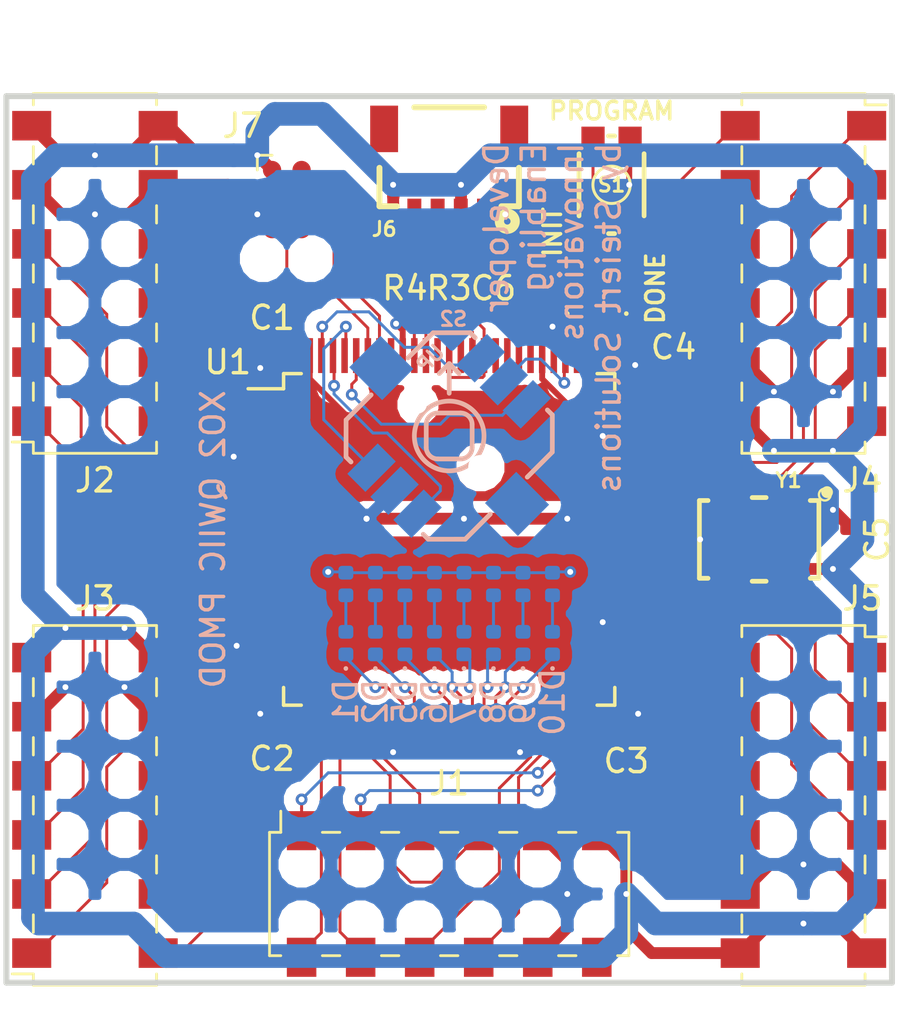
<source format=kicad_pcb>
(kicad_pcb (version 20171130) (host pcbnew 6.0.0-rc1-unknown-968ea98~66~ubuntu16.04.1)
  (layers (0 F.Cu signal) (31 B.Cu signal) (34 B.Paste user) (35 F.Paste user) (36 B.SilkS user) (37 F.SilkS user) (38 B.Mask user) (39 F.Mask user) (44 Edge.Cuts user))
  (net 0 "")
  (net 1 +3V3)
  (net 2 GND)
  (net 3 "Net-(J6-Pad3)")
  (net 4 "Net-(J6-Pad4)")
  (net 5 "Net-(S1-Pad1)")
  (net 6 "Net-(Y1-Pad1)")
  (net 7 "Net-(U1-Pad62)")
  (net 8 "Net-(J1-Pad1)")
  (net 9 "Net-(J1-Pad3)")
  (net 10 "Net-(J1-Pad7)")
  (net 11 "Net-(J1-Pad2)")
  (net 12 "Net-(J1-Pad4)")
  (net 13 "Net-(J1-Pad8)")
  (net 14 "Net-(J2-Pad1)")
  (net 15 "Net-(J2-Pad3)")
  (net 16 "Net-(J2-Pad7)")
  (net 17 "Net-(J2-Pad2)")
  (net 18 "Net-(J2-Pad4)")
  (net 19 "Net-(J2-Pad8)")
  (net 20 "Net-(J3-Pad8)")
  (net 21 "Net-(J3-Pad4)")
  (net 22 "Net-(J3-Pad2)")
  (net 23 "Net-(J3-Pad7)")
  (net 24 "Net-(J3-Pad3)")
  (net 25 "Net-(J3-Pad1)")
  (net 26 "Net-(J4-Pad8)")
  (net 27 "Net-(J4-Pad4)")
  (net 28 "Net-(J4-Pad2)")
  (net 29 "Net-(J4-Pad7)")
  (net 30 "Net-(J4-Pad3)")
  (net 31 "Net-(J4-Pad1)")
  (net 32 "Net-(J5-Pad1)")
  (net 33 "Net-(J5-Pad3)")
  (net 34 "Net-(J5-Pad7)")
  (net 35 "Net-(J5-Pad2)")
  (net 36 "Net-(J5-Pad4)")
  (net 37 "Net-(J5-Pad8)")
  (net 38 "Net-(J7-Pad2)")
  (net 39 "Net-(J7-Pad3)")
  (net 40 "Net-(J7-Pad4)")
  (net 41 "Net-(J7-Pad6)")
  (net 42 "Net-(U1-Pad14)")
  (net 43 "Net-(U1-Pad15)")
  (net 44 "Net-(U1-Pad18)")
  (net 45 "Net-(U1-Pad19)")
  (net 46 "Net-(U1-Pad61)")
  (net 47 "Net-(U1-Pad63)")
  (net 48 "Net-(U1-Pad64)")
  (net 49 "Net-(U1-Pad65)")
  (net 50 "Net-(U1-Pad82)")
  (net 51 "Net-(U1-Pad83)")
  (net 52 "Net-(U1-Pad84)")
  (net 53 "Net-(U1-Pad89)")
  (net 54 "Net-(J1-Pad5)")
  (net 55 "Net-(J1-Pad6)")
  (net 56 "Net-(J2-Pad5)")
  (net 57 "Net-(J2-Pad6)")
  (net 58 "Net-(J3-Pad6)")
  (net 59 "Net-(J3-Pad5)")
  (net 60 "Net-(J4-Pad6)")
  (net 61 "Net-(J4-Pad5)")
  (net 62 "Net-(J5-Pad5)")
  (net 63 "Net-(J5-Pad6)")
  (net 64 "Net-(D1-Pad2)")
  (net 65 "Net-(D1-Pad1)")
  (net 66 "Net-(D2-Pad1)")
  (net 67 "Net-(D2-Pad2)")
  (net 68 "Net-(D5-Pad2)")
  (net 69 "Net-(D5-Pad1)")
  (net 70 "Net-(D6-Pad1)")
  (net 71 "Net-(D6-Pad2)")
  (net 72 "Net-(D7-Pad1)")
  (net 73 "Net-(D7-Pad2)")
  (net 74 "Net-(D8-Pad2)")
  (net 75 "Net-(D8-Pad1)")
  (net 76 "Net-(D9-Pad1)")
  (net 77 "Net-(D9-Pad2)")
  (net 78 "Net-(D10-Pad2)")
  (net 79 "Net-(D10-Pad1)")
  (net 80 "Net-(U1-Pad29)")
  (net 81 "Net-(U1-Pad30)")
  (net 82 "Net-(U1-Pad36)")
  (net 83 "Net-(U1-Pad37)")
  (net 84 "Net-(S2-PadA)")
  (net 85 "Net-(S2-PadB)")
  (net 86 "Net-(S2-PadC)")
  (net 87 "Net-(S2-PadCTR)")
  (net 88 "Net-(S2-PadD)")
  (net 89 "Net-(D3-Pad2)")
  (net 90 "Net-(D3-Pad1)")
  (net 91 "Net-(D4-Pad2)")
  (module Connectors:1X04_1MM_RA (layer F.Cu) (at 133.35 68.58 180)
    (fp_text reference J6 (at 2.794 -0.635) (layer F.SilkS) (effects (font (size 0.6096 0.6096) (thickness 0.127))))
    (fp_text value QWIIC_CONNECTORJS-1MM hide)
    (pad 1 smd rect (at -1.4986 0 180) (size 0.59944 1.34874) (layers F.Cu F.Paste F.Mask) (net 2 GND))
    (pad 2 smd rect (at -0.49784 0 180) (size 0.59944 1.34874) (layers F.Cu F.Paste F.Mask) (net 1 +3V3))
    (pad 3 smd rect (at 0.49784 0 180) (size 0.59944 1.34874) (layers F.Cu F.Paste F.Mask) (net 3 "Net-(J6-Pad3)"))
    (pad 4 smd rect (at 1.4986 0 180) (size 0.59944 1.34874) (layers F.Cu F.Paste F.Mask) (net 4 "Net-(J6-Pad4)"))
    (pad NC1 smd rect (at 2.79908 3.67284 180) (size 1.19888 1.99898) (layers F.Cu F.Paste F.Mask))
    (pad NC2 smd rect (at -2.79908 3.67284 180) (size 1.19888 1.99898) (layers F.Cu F.Paste F.Mask))
  )
  (module Switches:TACTILE_SWITCH_SMD_4.6X2.8MM (layer F.Cu) (at 140.335 67.31 270)
    (fp_text reference S1 (at 0 0) (layer F.SilkS) (effects (font (size 0.6096 0.6096) (thickness 0.127))))
    (fp_text value MOMENTARY-SWITCH-SPST-SMD-4.6X2.8MM hide)
    (pad 1 smd rect (at -2.04978 0.79756 270) (size 0.89916 0.99822) (layers F.Cu F.Paste F.Mask) (net 5 "Net-(S1-Pad1)"))
    (pad 2 smd rect (at 2.04978 0.79756 270) (size 0.89916 0.99822) (layers F.Cu F.Paste F.Mask) (net 5 "Net-(S1-Pad1)"))
    (pad 3 smd rect (at 2.04978 -0.79756 270) (size 0.89916 0.99822) (layers F.Cu F.Paste F.Mask) (net 2 GND))
    (pad 4 smd rect (at -2.04978 -0.79756 270) (size 0.89916 0.99822) (layers F.Cu F.Paste F.Mask) (net 2 GND))
  )
  (module Clocks:OSCILLATOR-SMD-5X3.2 (layer F.Cu) (at 146.685 82.55 180)
    (fp_text reference Y1 (at -1.27 2.54 180) (layer F.SilkS) (effects (font (size 0.6096 0.6096) (thickness 0.127))))
    (fp_text value OSCILLATOR-33MHZ hide)
    (pad 1 smd rect (at -1.27 1.09982 180) (size 1.397 1.1938) (layers F.Cu F.Paste F.Mask) (net 6 "Net-(Y1-Pad1)"))
    (pad 2 smd rect (at 1.27 1.09982 180) (size 1.397 1.1938) (layers F.Cu F.Paste F.Mask) (net 2 GND))
    (pad 3 smd rect (at 1.27 -1.09982 180) (size 1.397 1.1938) (layers F.Cu F.Paste F.Mask) (net 7 "Net-(U1-Pad62)"))
    (pad 4 smd rect (at -1.27 -1.09982 180) (size 1.397 1.1938) (layers F.Cu F.Paste F.Mask) (net 1 +3V3))
  )
  (module Connector_Samtec_HLE_SMD:Samtec_HLE-106-02-xxx-DV-BE_2x06_P2.54mm_Horizontal (layer F.Cu) (at 133.35 97.79)
    (fp_text reference J1 (at 0 -4.76) (layer F.SilkS))
    (fp_text value Conn_02x06_Top_Bottom)
    (pad "" np_thru_hole circle (at -6.35 -1.27) (size 0.97 0.97) (drill 0.97) (layers *.Cu *.Mask))
    (pad "" np_thru_hole circle (at -6.35 1.27) (size 0.97 0.97) (drill 0.97) (layers *.Cu *.Mask))
    (pad "" np_thru_hole circle (at -3.81 -1.27) (size 0.97 0.97) (drill 0.97) (layers *.Cu *.Mask))
    (pad "" np_thru_hole circle (at -3.81 1.27) (size 0.97 0.97) (drill 0.97) (layers *.Cu *.Mask))
    (pad "" np_thru_hole circle (at -1.27 -1.27) (size 0.97 0.97) (drill 0.97) (layers *.Cu *.Mask))
    (pad "" np_thru_hole circle (at -1.27 1.27) (size 0.97 0.97) (drill 0.97) (layers *.Cu *.Mask))
    (pad "" np_thru_hole circle (at 1.27 -1.27) (size 0.97 0.97) (drill 0.97) (layers *.Cu *.Mask))
    (pad "" np_thru_hole circle (at 1.27 1.27) (size 0.97 0.97) (drill 0.97) (layers *.Cu *.Mask))
    (pad "" np_thru_hole circle (at 3.81 -1.27) (size 0.97 0.97) (drill 0.97) (layers *.Cu *.Mask))
    (pad "" np_thru_hole circle (at 3.81 1.27) (size 0.97 0.97) (drill 0.97) (layers *.Cu *.Mask))
    (pad "" np_thru_hole circle (at 6.35 -1.27) (size 0.97 0.97) (drill 0.97) (layers *.Cu *.Mask))
    (pad "" np_thru_hole circle (at 6.35 1.27) (size 0.97 0.97) (drill 0.97) (layers *.Cu *.Mask))
    (pad 1 smd rect (at -6.35 -2.72) (size 1.27 1.68) (layers F.Cu F.Paste F.Mask) (net 8 "Net-(J1-Pad1)"))
    (pad 3 smd rect (at -3.81 -2.72) (size 1.27 1.68) (layers F.Cu F.Paste F.Mask) (net 9 "Net-(J1-Pad3)"))
    (pad 5 smd rect (at -1.27 -2.72) (size 1.27 1.68) (layers F.Cu F.Paste F.Mask) (net 54 "Net-(J1-Pad5)"))
    (pad 7 smd rect (at 1.27 -2.72) (size 1.27 1.68) (layers F.Cu F.Paste F.Mask) (net 10 "Net-(J1-Pad7)"))
    (pad 9 smd rect (at 3.81 -2.72) (size 1.27 1.68) (layers F.Cu F.Paste F.Mask) (net 2 GND))
    (pad 11 smd rect (at 6.35 -2.72) (size 1.27 1.68) (layers F.Cu F.Paste F.Mask) (net 1 +3V3))
    (pad 2 smd rect (at -6.35 2.72) (size 1.27 1.68) (layers F.Cu F.Paste F.Mask) (net 11 "Net-(J1-Pad2)"))
    (pad 4 smd rect (at -3.81 2.72) (size 1.27 1.68) (layers F.Cu F.Paste F.Mask) (net 12 "Net-(J1-Pad4)"))
    (pad 6 smd rect (at -1.27 2.72) (size 1.27 1.68) (layers F.Cu F.Paste F.Mask) (net 55 "Net-(J1-Pad6)"))
    (pad 8 smd rect (at 1.27 2.72) (size 1.27 1.68) (layers F.Cu F.Paste F.Mask) (net 13 "Net-(J1-Pad8)"))
    (pad 10 smd rect (at 3.81 2.72) (size 1.27 1.68) (layers F.Cu F.Paste F.Mask) (net 2 GND))
    (pad 12 smd rect (at 6.35 2.72) (size 1.27 1.68) (layers F.Cu F.Paste F.Mask) (net 1 +3V3))
  )
  (module Connector_Samtec_HLE_SMD:Samtec_HLE-106-02-xxx-DV-BE_2x06_P2.54mm_Horizontal (layer F.Cu) (at 118.11 71.12 90)
    (fp_text reference J2 (at -8.89 0 180) (layer F.SilkS))
    (fp_text value Conn_02x06_Top_Bottom)
    (pad "" np_thru_hole circle (at -6.35 -1.27 90) (size 0.97 0.97) (drill 0.97) (layers *.Cu *.Mask))
    (pad "" np_thru_hole circle (at -6.35 1.27 90) (size 0.97 0.97) (drill 0.97) (layers *.Cu *.Mask))
    (pad "" np_thru_hole circle (at -3.81 -1.27 90) (size 0.97 0.97) (drill 0.97) (layers *.Cu *.Mask))
    (pad "" np_thru_hole circle (at -3.81 1.27 90) (size 0.97 0.97) (drill 0.97) (layers *.Cu *.Mask))
    (pad "" np_thru_hole circle (at -1.27 -1.27 90) (size 0.97 0.97) (drill 0.97) (layers *.Cu *.Mask))
    (pad "" np_thru_hole circle (at -1.27 1.27 90) (size 0.97 0.97) (drill 0.97) (layers *.Cu *.Mask))
    (pad "" np_thru_hole circle (at 1.27 -1.27 90) (size 0.97 0.97) (drill 0.97) (layers *.Cu *.Mask))
    (pad "" np_thru_hole circle (at 1.27 1.27 90) (size 0.97 0.97) (drill 0.97) (layers *.Cu *.Mask))
    (pad "" np_thru_hole circle (at 3.81 -1.27 90) (size 0.97 0.97) (drill 0.97) (layers *.Cu *.Mask))
    (pad "" np_thru_hole circle (at 3.81 1.27 90) (size 0.97 0.97) (drill 0.97) (layers *.Cu *.Mask))
    (pad "" np_thru_hole circle (at 6.35 -1.27 90) (size 0.97 0.97) (drill 0.97) (layers *.Cu *.Mask))
    (pad "" np_thru_hole circle (at 6.35 1.27 90) (size 0.97 0.97) (drill 0.97) (layers *.Cu *.Mask))
    (pad 1 smd rect (at -6.35 -2.72 90) (size 1.27 1.68) (layers F.Cu F.Paste F.Mask) (net 14 "Net-(J2-Pad1)"))
    (pad 3 smd rect (at -3.81 -2.72 90) (size 1.27 1.68) (layers F.Cu F.Paste F.Mask) (net 15 "Net-(J2-Pad3)"))
    (pad 5 smd rect (at -1.27 -2.72 90) (size 1.27 1.68) (layers F.Cu F.Paste F.Mask) (net 56 "Net-(J2-Pad5)"))
    (pad 7 smd rect (at 1.27 -2.72 90) (size 1.27 1.68) (layers F.Cu F.Paste F.Mask) (net 16 "Net-(J2-Pad7)"))
    (pad 9 smd rect (at 3.81 -2.72 90) (size 1.27 1.68) (layers F.Cu F.Paste F.Mask) (net 2 GND))
    (pad 11 smd rect (at 6.35 -2.72 90) (size 1.27 1.68) (layers F.Cu F.Paste F.Mask) (net 1 +3V3))
    (pad 2 smd rect (at -6.35 2.72 90) (size 1.27 1.68) (layers F.Cu F.Paste F.Mask) (net 17 "Net-(J2-Pad2)"))
    (pad 4 smd rect (at -3.81 2.72 90) (size 1.27 1.68) (layers F.Cu F.Paste F.Mask) (net 18 "Net-(J2-Pad4)"))
    (pad 6 smd rect (at -1.27 2.72 90) (size 1.27 1.68) (layers F.Cu F.Paste F.Mask) (net 57 "Net-(J2-Pad6)"))
    (pad 8 smd rect (at 1.27 2.72 90) (size 1.27 1.68) (layers F.Cu F.Paste F.Mask) (net 19 "Net-(J2-Pad8)"))
    (pad 10 smd rect (at 3.81 2.72 90) (size 1.27 1.68) (layers F.Cu F.Paste F.Mask) (net 2 GND))
    (pad 12 smd rect (at 6.35 2.72 90) (size 1.27 1.68) (layers F.Cu F.Paste F.Mask) (net 1 +3V3))
  )
  (module Connector_Samtec_HLE_SMD:Samtec_HLE-106-02-xxx-DV-BE_2x06_P2.54mm_Horizontal (layer F.Cu) (at 118.11 93.98 90)
    (fp_text reference J3 (at 8.89 0 180) (layer F.SilkS))
    (fp_text value Conn_02x06_Top_Bottom)
    (pad 12 smd rect (at 6.35 2.72 90) (size 1.27 1.68) (layers F.Cu F.Paste F.Mask) (net 1 +3V3))
    (pad 10 smd rect (at 3.81 2.72 90) (size 1.27 1.68) (layers F.Cu F.Paste F.Mask) (net 2 GND))
    (pad 8 smd rect (at 1.27 2.72 90) (size 1.27 1.68) (layers F.Cu F.Paste F.Mask) (net 20 "Net-(J3-Pad8)"))
    (pad 6 smd rect (at -1.27 2.72 90) (size 1.27 1.68) (layers F.Cu F.Paste F.Mask) (net 58 "Net-(J3-Pad6)"))
    (pad 4 smd rect (at -3.81 2.72 90) (size 1.27 1.68) (layers F.Cu F.Paste F.Mask) (net 21 "Net-(J3-Pad4)"))
    (pad 2 smd rect (at -6.35 2.72 90) (size 1.27 1.68) (layers F.Cu F.Paste F.Mask) (net 22 "Net-(J3-Pad2)"))
    (pad 11 smd rect (at 6.35 -2.72 90) (size 1.27 1.68) (layers F.Cu F.Paste F.Mask) (net 1 +3V3))
    (pad 9 smd rect (at 3.81 -2.72 90) (size 1.27 1.68) (layers F.Cu F.Paste F.Mask) (net 2 GND))
    (pad 7 smd rect (at 1.27 -2.72 90) (size 1.27 1.68) (layers F.Cu F.Paste F.Mask) (net 23 "Net-(J3-Pad7)"))
    (pad 5 smd rect (at -1.27 -2.72 90) (size 1.27 1.68) (layers F.Cu F.Paste F.Mask) (net 59 "Net-(J3-Pad5)"))
    (pad 3 smd rect (at -3.81 -2.72 90) (size 1.27 1.68) (layers F.Cu F.Paste F.Mask) (net 24 "Net-(J3-Pad3)"))
    (pad 1 smd rect (at -6.35 -2.72 90) (size 1.27 1.68) (layers F.Cu F.Paste F.Mask) (net 25 "Net-(J3-Pad1)"))
    (pad "" np_thru_hole circle (at 6.35 1.27 90) (size 0.97 0.97) (drill 0.97) (layers *.Cu *.Mask))
    (pad "" np_thru_hole circle (at 6.35 -1.27 90) (size 0.97 0.97) (drill 0.97) (layers *.Cu *.Mask))
    (pad "" np_thru_hole circle (at 3.81 1.27 90) (size 0.97 0.97) (drill 0.97) (layers *.Cu *.Mask))
    (pad "" np_thru_hole circle (at 3.81 -1.27 90) (size 0.97 0.97) (drill 0.97) (layers *.Cu *.Mask))
    (pad "" np_thru_hole circle (at 1.27 1.27 90) (size 0.97 0.97) (drill 0.97) (layers *.Cu *.Mask))
    (pad "" np_thru_hole circle (at 1.27 -1.27 90) (size 0.97 0.97) (drill 0.97) (layers *.Cu *.Mask))
    (pad "" np_thru_hole circle (at -1.27 1.27 90) (size 0.97 0.97) (drill 0.97) (layers *.Cu *.Mask))
    (pad "" np_thru_hole circle (at -1.27 -1.27 90) (size 0.97 0.97) (drill 0.97) (layers *.Cu *.Mask))
    (pad "" np_thru_hole circle (at -3.81 1.27 90) (size 0.97 0.97) (drill 0.97) (layers *.Cu *.Mask))
    (pad "" np_thru_hole circle (at -3.81 -1.27 90) (size 0.97 0.97) (drill 0.97) (layers *.Cu *.Mask))
    (pad "" np_thru_hole circle (at -6.35 1.27 90) (size 0.97 0.97) (drill 0.97) (layers *.Cu *.Mask))
    (pad "" np_thru_hole circle (at -6.35 -1.27 90) (size 0.97 0.97) (drill 0.97) (layers *.Cu *.Mask))
  )
  (module Connector_Samtec_HLE_SMD:Samtec_HLE-106-02-xxx-DV-BE_2x06_P2.54mm_Horizontal (layer F.Cu) (at 148.59 71.12 270)
    (fp_text reference J4 (at 8.89 -2.54) (layer F.SilkS))
    (fp_text value Conn_02x06_Top_Bottom)
    (pad 12 smd rect (at 6.35 2.72 270) (size 1.27 1.68) (layers F.Cu F.Paste F.Mask) (net 1 +3V3))
    (pad 10 smd rect (at 3.81 2.72 270) (size 1.27 1.68) (layers F.Cu F.Paste F.Mask) (net 2 GND))
    (pad 8 smd rect (at 1.27 2.72 270) (size 1.27 1.68) (layers F.Cu F.Paste F.Mask) (net 26 "Net-(J4-Pad8)"))
    (pad 6 smd rect (at -1.27 2.72 270) (size 1.27 1.68) (layers F.Cu F.Paste F.Mask) (net 60 "Net-(J4-Pad6)"))
    (pad 4 smd rect (at -3.81 2.72 270) (size 1.27 1.68) (layers F.Cu F.Paste F.Mask) (net 27 "Net-(J4-Pad4)"))
    (pad 2 smd rect (at -6.35 2.72 270) (size 1.27 1.68) (layers F.Cu F.Paste F.Mask) (net 28 "Net-(J4-Pad2)"))
    (pad 11 smd rect (at 6.35 -2.72 270) (size 1.27 1.68) (layers F.Cu F.Paste F.Mask) (net 1 +3V3))
    (pad 9 smd rect (at 3.81 -2.72 270) (size 1.27 1.68) (layers F.Cu F.Paste F.Mask) (net 2 GND))
    (pad 7 smd rect (at 1.27 -2.72 270) (size 1.27 1.68) (layers F.Cu F.Paste F.Mask) (net 29 "Net-(J4-Pad7)"))
    (pad 5 smd rect (at -1.27 -2.72 270) (size 1.27 1.68) (layers F.Cu F.Paste F.Mask) (net 61 "Net-(J4-Pad5)"))
    (pad 3 smd rect (at -3.81 -2.72 270) (size 1.27 1.68) (layers F.Cu F.Paste F.Mask) (net 30 "Net-(J4-Pad3)"))
    (pad 1 smd rect (at -6.35 -2.72 270) (size 1.27 1.68) (layers F.Cu F.Paste F.Mask) (net 31 "Net-(J4-Pad1)"))
    (pad "" np_thru_hole circle (at 6.35 1.27 270) (size 0.97 0.97) (drill 0.97) (layers *.Cu *.Mask))
    (pad "" np_thru_hole circle (at 6.35 -1.27 270) (size 0.97 0.97) (drill 0.97) (layers *.Cu *.Mask))
    (pad "" np_thru_hole circle (at 3.81 1.27 270) (size 0.97 0.97) (drill 0.97) (layers *.Cu *.Mask))
    (pad "" np_thru_hole circle (at 3.81 -1.27 270) (size 0.97 0.97) (drill 0.97) (layers *.Cu *.Mask))
    (pad "" np_thru_hole circle (at 1.27 1.27 270) (size 0.97 0.97) (drill 0.97) (layers *.Cu *.Mask))
    (pad "" np_thru_hole circle (at 1.27 -1.27 270) (size 0.97 0.97) (drill 0.97) (layers *.Cu *.Mask))
    (pad "" np_thru_hole circle (at -1.27 1.27 270) (size 0.97 0.97) (drill 0.97) (layers *.Cu *.Mask))
    (pad "" np_thru_hole circle (at -1.27 -1.27 270) (size 0.97 0.97) (drill 0.97) (layers *.Cu *.Mask))
    (pad "" np_thru_hole circle (at -3.81 1.27 270) (size 0.97 0.97) (drill 0.97) (layers *.Cu *.Mask))
    (pad "" np_thru_hole circle (at -3.81 -1.27 270) (size 0.97 0.97) (drill 0.97) (layers *.Cu *.Mask))
    (pad "" np_thru_hole circle (at -6.35 1.27 270) (size 0.97 0.97) (drill 0.97) (layers *.Cu *.Mask))
    (pad "" np_thru_hole circle (at -6.35 -1.27 270) (size 0.97 0.97) (drill 0.97) (layers *.Cu *.Mask))
  )
  (module Connector_Samtec_HLE_SMD:Samtec_HLE-106-02-xxx-DV-BE_2x06_P2.54mm_Horizontal (layer F.Cu) (at 148.59 93.98 270)
    (fp_text reference J5 (at -8.89 -2.54) (layer F.SilkS))
    (fp_text value Conn_02x06_Top_Bottom)
    (pad "" np_thru_hole circle (at -6.35 -1.27 270) (size 0.97 0.97) (drill 0.97) (layers *.Cu *.Mask))
    (pad "" np_thru_hole circle (at -6.35 1.27 270) (size 0.97 0.97) (drill 0.97) (layers *.Cu *.Mask))
    (pad "" np_thru_hole circle (at -3.81 -1.27 270) (size 0.97 0.97) (drill 0.97) (layers *.Cu *.Mask))
    (pad "" np_thru_hole circle (at -3.81 1.27 270) (size 0.97 0.97) (drill 0.97) (layers *.Cu *.Mask))
    (pad "" np_thru_hole circle (at -1.27 -1.27 270) (size 0.97 0.97) (drill 0.97) (layers *.Cu *.Mask))
    (pad "" np_thru_hole circle (at -1.27 1.27 270) (size 0.97 0.97) (drill 0.97) (layers *.Cu *.Mask))
    (pad "" np_thru_hole circle (at 1.27 -1.27 270) (size 0.97 0.97) (drill 0.97) (layers *.Cu *.Mask))
    (pad "" np_thru_hole circle (at 1.27 1.27 270) (size 0.97 0.97) (drill 0.97) (layers *.Cu *.Mask))
    (pad "" np_thru_hole circle (at 3.81 -1.27 270) (size 0.97 0.97) (drill 0.97) (layers *.Cu *.Mask))
    (pad "" np_thru_hole circle (at 3.81 1.27 270) (size 0.97 0.97) (drill 0.97) (layers *.Cu *.Mask))
    (pad "" np_thru_hole circle (at 6.35 -1.27 270) (size 0.97 0.97) (drill 0.97) (layers *.Cu *.Mask))
    (pad "" np_thru_hole circle (at 6.35 1.27 270) (size 0.97 0.97) (drill 0.97) (layers *.Cu *.Mask))
    (pad 1 smd rect (at -6.35 -2.72 270) (size 1.27 1.68) (layers F.Cu F.Paste F.Mask) (net 32 "Net-(J5-Pad1)"))
    (pad 3 smd rect (at -3.81 -2.72 270) (size 1.27 1.68) (layers F.Cu F.Paste F.Mask) (net 33 "Net-(J5-Pad3)"))
    (pad 5 smd rect (at -1.27 -2.72 270) (size 1.27 1.68) (layers F.Cu F.Paste F.Mask) (net 62 "Net-(J5-Pad5)"))
    (pad 7 smd rect (at 1.27 -2.72 270) (size 1.27 1.68) (layers F.Cu F.Paste F.Mask) (net 34 "Net-(J5-Pad7)"))
    (pad 9 smd rect (at 3.81 -2.72 270) (size 1.27 1.68) (layers F.Cu F.Paste F.Mask) (net 2 GND))
    (pad 11 smd rect (at 6.35 -2.72 270) (size 1.27 1.68) (layers F.Cu F.Paste F.Mask) (net 1 +3V3))
    (pad 2 smd rect (at -6.35 2.72 270) (size 1.27 1.68) (layers F.Cu F.Paste F.Mask) (net 35 "Net-(J5-Pad2)"))
    (pad 4 smd rect (at -3.81 2.72 270) (size 1.27 1.68) (layers F.Cu F.Paste F.Mask) (net 36 "Net-(J5-Pad4)"))
    (pad 6 smd rect (at -1.27 2.72 270) (size 1.27 1.68) (layers F.Cu F.Paste F.Mask) (net 63 "Net-(J5-Pad6)"))
    (pad 8 smd rect (at 1.27 2.72 270) (size 1.27 1.68) (layers F.Cu F.Paste F.Mask) (net 37 "Net-(J5-Pad8)"))
    (pad 10 smd rect (at 3.81 2.72 270) (size 1.27 1.68) (layers F.Cu F.Paste F.Mask) (net 2 GND))
    (pad 12 smd rect (at 6.35 2.72 270) (size 1.27 1.68) (layers F.Cu F.Paste F.Mask) (net 1 +3V3))
  )
  (module Connector:Tag-Connect_TC2030-IDC-NL_2x03_P1.27mm_Vertical (layer F.Cu) (at 126.365 67.945 270)
    (fp_text reference J7 (at -3.175 1.905) (layer F.SilkS))
    (fp_text value Conn_02x03_Odd_Even)
    (pad "" np_thru_hole circle (at 2.54 -1.016 270) (size 0.9906 0.9906) (drill 0.9906) (layers *.Cu *.Mask))
    (pad "" np_thru_hole circle (at 2.54 1.016 270) (size 0.9906 0.9906) (drill 0.9906) (layers *.Cu *.Mask))
    (pad "" np_thru_hole circle (at -2.54 0 270) (size 0.9906 0.9906) (drill 0.9906) (layers *.Cu *.Mask))
    (pad 1 connect circle (at -1.27 0.635 270) (size 0.7874 0.7874) (layers F.Cu F.Mask) (net 1 +3V3))
    (pad 2 connect circle (at -1.27 -0.635 270) (size 0.7874 0.7874) (layers F.Cu F.Mask) (net 38 "Net-(J7-Pad2)"))
    (pad 3 connect circle (at 0 0.635 270) (size 0.7874 0.7874) (layers F.Cu F.Mask) (net 39 "Net-(J7-Pad3)"))
    (pad 4 connect circle (at 0 -0.635 270) (size 0.7874 0.7874) (layers F.Cu F.Mask) (net 40 "Net-(J7-Pad4)"))
    (pad 5 connect circle (at 1.27 0.635 270) (size 0.7874 0.7874) (layers F.Cu F.Mask) (net 2 GND))
    (pad 6 connect circle (at 1.27 -0.635 270) (size 0.7874 0.7874) (layers F.Cu F.Mask) (net 41 "Net-(J7-Pad6)"))
  )
  (module Package_QFP:LQFP-100_14x14mm_P0.5mm (layer F.Cu) (at 133.35 82.55)
    (fp_text reference U1 (at -9.525 -7.62) (layer F.SilkS))
    (fp_text value LCMXO2-TQ100)
    (pad 1 smd rect (at -7.9 -6) (size 1.5 0.28) (layers F.Cu F.Paste F.Mask) (net 19 "Net-(J2-Pad8)"))
    (pad 2 smd rect (at -7.9 -5.5) (size 1.5 0.28) (layers F.Cu F.Paste F.Mask) (net 57 "Net-(J2-Pad6)"))
    (pad 3 smd rect (at -7.9 -5) (size 1.5 0.28) (layers F.Cu F.Paste F.Mask) (net 18 "Net-(J2-Pad4)"))
    (pad 4 smd rect (at -7.9 -4.5) (size 1.5 0.28) (layers F.Cu F.Paste F.Mask) (net 17 "Net-(J2-Pad2)"))
    (pad 5 smd rect (at -7.9 -4) (size 1.5 0.28) (layers F.Cu F.Paste F.Mask) (net 1 +3V3))
    (pad 6 smd rect (at -7.9 -3.5) (size 1.5 0.28) (layers F.Cu F.Paste F.Mask) (net 2 GND))
    (pad 7 smd rect (at -7.9 -3) (size 1.5 0.28) (layers F.Cu F.Paste F.Mask) (net 16 "Net-(J2-Pad7)"))
    (pad 8 smd rect (at -7.9 -2.5) (size 1.5 0.28) (layers F.Cu F.Paste F.Mask) (net 56 "Net-(J2-Pad5)"))
    (pad 9 smd rect (at -7.9 -2) (size 1.5 0.28) (layers F.Cu F.Paste F.Mask) (net 15 "Net-(J2-Pad3)"))
    (pad 10 smd rect (at -7.9 -1.5) (size 1.5 0.28) (layers F.Cu F.Paste F.Mask) (net 14 "Net-(J2-Pad1)"))
    (pad 11 smd rect (at -7.9 -1) (size 1.5 0.28) (layers F.Cu F.Paste F.Mask) (net 1 +3V3))
    (pad 12 smd rect (at -7.9 -0.5) (size 1.5 0.28) (layers F.Cu F.Paste F.Mask) (net 23 "Net-(J3-Pad7)"))
    (pad 13 smd rect (at -7.9 0) (size 1.5 0.28) (layers F.Cu F.Paste F.Mask) (net 59 "Net-(J3-Pad5)"))
    (pad 14 smd rect (at -7.9 0.5) (size 1.5 0.28) (layers F.Cu F.Paste F.Mask) (net 42 "Net-(U1-Pad14)"))
    (pad 15 smd rect (at -7.9 1) (size 1.5 0.28) (layers F.Cu F.Paste F.Mask) (net 43 "Net-(U1-Pad15)"))
    (pad 16 smd rect (at -7.9 1.5) (size 1.5 0.28) (layers F.Cu F.Paste F.Mask) (net 24 "Net-(J3-Pad3)"))
    (pad 17 smd rect (at -7.9 2) (size 1.5 0.28) (layers F.Cu F.Paste F.Mask) (net 25 "Net-(J3-Pad1)"))
    (pad 18 smd rect (at -7.9 2.5) (size 1.5 0.28) (layers F.Cu F.Paste F.Mask) (net 44 "Net-(U1-Pad18)"))
    (pad 19 smd rect (at -7.9 3) (size 1.5 0.28) (layers F.Cu F.Paste F.Mask) (net 45 "Net-(U1-Pad19)"))
    (pad 20 smd rect (at -7.9 3.5) (size 1.5 0.28) (layers F.Cu F.Paste F.Mask) (net 20 "Net-(J3-Pad8)"))
    (pad 21 smd rect (at -7.9 4) (size 1.5 0.28) (layers F.Cu F.Paste F.Mask) (net 58 "Net-(J3-Pad6)"))
    (pad 22 smd rect (at -7.9 4.5) (size 1.5 0.28) (layers F.Cu F.Paste F.Mask) (net 2 GND))
    (pad 23 smd rect (at -7.9 5) (size 1.5 0.28) (layers F.Cu F.Paste F.Mask) (net 1 +3V3))
    (pad 24 smd rect (at -7.9 5.5) (size 1.5 0.28) (layers F.Cu F.Paste F.Mask) (net 21 "Net-(J3-Pad4)"))
    (pad 25 smd rect (at -7.9 6) (size 1.5 0.28) (layers F.Cu F.Paste F.Mask) (net 22 "Net-(J3-Pad2)"))
    (pad 26 smd rect (at -6 7.9 90) (size 1.5 0.28) (layers F.Cu F.Paste F.Mask) (net 1 +3V3))
    (pad 27 smd rect (at -5.5 7.9 90) (size 1.5 0.28) (layers F.Cu F.Paste F.Mask) (net 11 "Net-(J1-Pad2)"))
    (pad 28 smd rect (at -5 7.9 90) (size 1.5 0.28) (layers F.Cu F.Paste F.Mask) (net 12 "Net-(J1-Pad4)"))
    (pad 29 smd rect (at -4.5 7.9 90) (size 1.5 0.28) (layers F.Cu F.Paste F.Mask) (net 80 "Net-(U1-Pad29)"))
    (pad 30 smd rect (at -4 7.9 90) (size 1.5 0.28) (layers F.Cu F.Paste F.Mask) (net 81 "Net-(U1-Pad30)"))
    (pad 31 smd rect (at -3.5 7.9 90) (size 1.5 0.28) (layers F.Cu F.Paste F.Mask) (net 10 "Net-(J1-Pad7)"))
    (pad 32 smd rect (at -3 7.9 90) (size 1.5 0.28) (layers F.Cu F.Paste F.Mask) (net 54 "Net-(J1-Pad5)"))
    (pad 33 smd rect (at -2.5 7.9 90) (size 1.5 0.28) (layers F.Cu F.Paste F.Mask) (net 2 GND))
    (pad 34 smd rect (at -2 7.9 90) (size 1.5 0.28) (layers F.Cu F.Paste F.Mask) (net 65 "Net-(D1-Pad1)"))
    (pad 35 smd rect (at -1.5 7.9 90) (size 1.5 0.28) (layers F.Cu F.Paste F.Mask) (net 66 "Net-(D2-Pad1)"))
    (pad 36 smd rect (at -1 7.9 90) (size 1.5 0.28) (layers F.Cu F.Paste F.Mask) (net 82 "Net-(U1-Pad36)"))
    (pad 37 smd rect (at -0.5 7.9 90) (size 1.5 0.28) (layers F.Cu F.Paste F.Mask) (net 83 "Net-(U1-Pad37)"))
    (pad 38 smd rect (at 0 7.9 90) (size 1.5 0.28) (layers F.Cu F.Paste F.Mask) (net 69 "Net-(D5-Pad1)"))
    (pad 39 smd rect (at 0.5 7.9 90) (size 1.5 0.28) (layers F.Cu F.Paste F.Mask) (net 70 "Net-(D6-Pad1)"))
    (pad 40 smd rect (at 1 7.9 90) (size 1.5 0.28) (layers F.Cu F.Paste F.Mask) (net 72 "Net-(D7-Pad1)"))
    (pad 41 smd rect (at 1.5 7.9 90) (size 1.5 0.28) (layers F.Cu F.Paste F.Mask) (net 75 "Net-(D8-Pad1)"))
    (pad 42 smd rect (at 2 7.9 90) (size 1.5 0.28) (layers F.Cu F.Paste F.Mask) (net 76 "Net-(D9-Pad1)"))
    (pad 43 smd rect (at 2.5 7.9 90) (size 1.5 0.28) (layers F.Cu F.Paste F.Mask) (net 79 "Net-(D10-Pad1)"))
    (pad 44 smd rect (at 3 7.9 90) (size 1.5 0.28) (layers F.Cu F.Paste F.Mask) (net 2 GND))
    (pad 45 smd rect (at 3.5 7.9 90) (size 1.5 0.28) (layers F.Cu F.Paste F.Mask) (net 55 "Net-(J1-Pad6)"))
    (pad 46 smd rect (at 4 7.9 90) (size 1.5 0.28) (layers F.Cu F.Paste F.Mask) (net 1 +3V3))
    (pad 47 smd rect (at 4.5 7.9 90) (size 1.5 0.28) (layers F.Cu F.Paste F.Mask) (net 13 "Net-(J1-Pad8)"))
    (pad 48 smd rect (at 5 7.9 90) (size 1.5 0.28) (layers F.Cu F.Paste F.Mask) (net 8 "Net-(J1-Pad1)"))
    (pad 49 smd rect (at 5.5 7.9 90) (size 1.5 0.28) (layers F.Cu F.Paste F.Mask) (net 9 "Net-(J1-Pad3)"))
    (pad 50 smd rect (at 6 7.9 90) (size 1.5 0.28) (layers F.Cu F.Paste F.Mask) (net 1 +3V3))
    (pad 51 smd rect (at 7.9 6) (size 1.5 0.28) (layers F.Cu F.Paste F.Mask) (net 37 "Net-(J5-Pad8)"))
    (pad 52 smd rect (at 7.9 5.5) (size 1.5 0.28) (layers F.Cu F.Paste F.Mask) (net 63 "Net-(J5-Pad6)"))
    (pad 53 smd rect (at 7.9 5) (size 1.5 0.28) (layers F.Cu F.Paste F.Mask) (net 36 "Net-(J5-Pad4)"))
    (pad 54 smd rect (at 7.9 4.5) (size 1.5 0.28) (layers F.Cu F.Paste F.Mask) (net 35 "Net-(J5-Pad2)"))
    (pad 55 smd rect (at 7.9 4) (size 1.5 0.28) (layers F.Cu F.Paste F.Mask) (net 1 +3V3))
    (pad 56 smd rect (at 7.9 3.5) (size 1.5 0.28) (layers F.Cu F.Paste F.Mask) (net 2 GND))
    (pad 57 smd rect (at 7.9 3) (size 1.5 0.28) (layers F.Cu F.Paste F.Mask) (net 34 "Net-(J5-Pad7)"))
    (pad 58 smd rect (at 7.9 2.5) (size 1.5 0.28) (layers F.Cu F.Paste F.Mask) (net 62 "Net-(J5-Pad5)"))
    (pad 59 smd rect (at 7.9 2) (size 1.5 0.28) (layers F.Cu F.Paste F.Mask) (net 33 "Net-(J5-Pad3)"))
    (pad 60 smd rect (at 7.9 1.5) (size 1.5 0.28) (layers F.Cu F.Paste F.Mask) (net 32 "Net-(J5-Pad1)"))
    (pad 61 smd rect (at 7.9 1) (size 1.5 0.28) (layers F.Cu F.Paste F.Mask) (net 46 "Net-(U1-Pad61)"))
    (pad 62 smd rect (at 7.9 0.5) (size 1.5 0.28) (layers F.Cu F.Paste F.Mask) (net 7 "Net-(U1-Pad62)"))
    (pad 63 smd rect (at 7.9 0) (size 1.5 0.28) (layers F.Cu F.Paste F.Mask) (net 47 "Net-(U1-Pad63)"))
    (pad 64 smd rect (at 7.9 -0.5) (size 1.5 0.28) (layers F.Cu F.Paste F.Mask) (net 48 "Net-(U1-Pad64)"))
    (pad 65 smd rect (at 7.9 -1) (size 1.5 0.28) (layers F.Cu F.Paste F.Mask) (net 49 "Net-(U1-Pad65)"))
    (pad 66 smd rect (at 7.9 -1.5) (size 1.5 0.28) (layers F.Cu F.Paste F.Mask) (net 29 "Net-(J4-Pad7)"))
    (pad 67 smd rect (at 7.9 -2) (size 1.5 0.28) (layers F.Cu F.Paste F.Mask) (net 61 "Net-(J4-Pad5)"))
    (pad 68 smd rect (at 7.9 -2.5) (size 1.5 0.28) (layers F.Cu F.Paste F.Mask) (net 30 "Net-(J4-Pad3)"))
    (pad 69 smd rect (at 7.9 -3) (size 1.5 0.28) (layers F.Cu F.Paste F.Mask) (net 31 "Net-(J4-Pad1)"))
    (pad 70 smd rect (at 7.9 -3.5) (size 1.5 0.28) (layers F.Cu F.Paste F.Mask) (net 26 "Net-(J4-Pad8)"))
    (pad 71 smd rect (at 7.9 -4) (size 1.5 0.28) (layers F.Cu F.Paste F.Mask) (net 60 "Net-(J4-Pad6)"))
    (pad 72 smd rect (at 7.9 -4.5) (size 1.5 0.28) (layers F.Cu F.Paste F.Mask) (net 2 GND))
    (pad 73 smd rect (at 7.9 -5) (size 1.5 0.28) (layers F.Cu F.Paste F.Mask) (net 1 +3V3))
    (pad 74 smd rect (at 7.9 -5.5) (size 1.5 0.28) (layers F.Cu F.Paste F.Mask) (net 27 "Net-(J4-Pad4)"))
    (pad 75 smd rect (at 7.9 -6) (size 1.5 0.28) (layers F.Cu F.Paste F.Mask) (net 28 "Net-(J4-Pad2)"))
    (pad 76 smd rect (at 6 -7.9 90) (size 1.5 0.28) (layers F.Cu F.Paste F.Mask) (net 91 "Net-(D4-Pad2)"))
    (pad 77 smd rect (at 5.5 -7.9 90) (size 1.5 0.28) (layers F.Cu F.Paste F.Mask) (net 90 "Net-(D3-Pad1)"))
    (pad 78 smd rect (at 5 -7.9 90) (size 1.5 0.28) (layers F.Cu F.Paste F.Mask) (net 87 "Net-(S2-PadCTR)"))
    (pad 79 smd rect (at 4.5 -7.9 90) (size 1.5 0.28) (layers F.Cu F.Paste F.Mask) (net 2 GND))
    (pad 80 smd rect (at 4 -7.9 90) (size 1.5 0.28) (layers F.Cu F.Paste F.Mask) (net 1 +3V3))
    (pad 81 smd rect (at 3.5 -7.9 90) (size 1.5 0.28) (layers F.Cu F.Paste F.Mask) (net 5 "Net-(S1-Pad1)"))
    (pad 82 smd rect (at 3 -7.9 90) (size 1.5 0.28) (layers F.Cu F.Paste F.Mask) (net 50 "Net-(U1-Pad82)"))
    (pad 83 smd rect (at 2.5 -7.9 90) (size 1.5 0.28) (layers F.Cu F.Paste F.Mask) (net 51 "Net-(U1-Pad83)"))
    (pad 84 smd rect (at 2 -7.9 90) (size 1.5 0.28) (layers F.Cu F.Paste F.Mask) (net 52 "Net-(U1-Pad84)"))
    (pad 85 smd rect (at 1.5 -7.9 90) (size 1.5 0.28) (layers F.Cu F.Paste F.Mask) (net 3 "Net-(J6-Pad3)"))
    (pad 86 smd rect (at 1 -7.9 90) (size 1.5 0.28) (layers F.Cu F.Paste F.Mask) (net 4 "Net-(J6-Pad4)"))
    (pad 87 smd rect (at 0.5 -7.9 90) (size 1.5 0.28) (layers F.Cu F.Paste F.Mask) (net 4 "Net-(J6-Pad4)"))
    (pad 88 smd rect (at 0 -7.9 90) (size 1.5 0.28) (layers F.Cu F.Paste F.Mask) (net 3 "Net-(J6-Pad3)"))
    (pad 89 smd rect (at -0.5 -7.9 90) (size 1.5 0.28) (layers F.Cu F.Paste F.Mask) (net 53 "Net-(U1-Pad89)"))
    (pad 90 smd rect (at -1 -7.9 90) (size 1.5 0.28) (layers F.Cu F.Paste F.Mask) (net 38 "Net-(J7-Pad2)"))
    (pad 91 smd rect (at -1.5 -7.9 90) (size 1.5 0.28) (layers F.Cu F.Paste F.Mask) (net 40 "Net-(J7-Pad4)"))
    (pad 92 smd rect (at -2 -7.9 90) (size 1.5 0.28) (layers F.Cu F.Paste F.Mask) (net 2 GND))
    (pad 93 smd rect (at -2.5 -7.9 90) (size 1.5 0.28) (layers F.Cu F.Paste F.Mask) (net 1 +3V3))
    (pad 94 smd rect (at -3 -7.9 90) (size 1.5 0.28) (layers F.Cu F.Paste F.Mask) (net 39 "Net-(J7-Pad3)"))
    (pad 95 smd rect (at -3.5 -7.9 90) (size 1.5 0.28) (layers F.Cu F.Paste F.Mask) (net 41 "Net-(J7-Pad6)"))
    (pad 96 smd rect (at -4 -7.9 90) (size 1.5 0.28) (layers F.Cu F.Paste F.Mask) (net 86 "Net-(S2-PadC)"))
    (pad 97 smd rect (at -4.5 -7.9 90) (size 1.5 0.28) (layers F.Cu F.Paste F.Mask) (net 85 "Net-(S2-PadB)"))
    (pad 98 smd rect (at -5 -7.9 90) (size 1.5 0.28) (layers F.Cu F.Paste F.Mask) (net 88 "Net-(S2-PadD)"))
    (pad 99 smd rect (at -5.5 -7.9 90) (size 1.5 0.28) (layers F.Cu F.Paste F.Mask) (net 84 "Net-(S2-PadA)"))
    (pad 100 smd rect (at -6 -7.9 90) (size 1.5 0.28) (layers F.Cu F.Paste F.Mask) (net 1 +3V3))
  )
  (module LED_SMD:LED_0402_1005Metric (layer B.Cu) (at 128.905 87.00739 90)
    (fp_text reference D1 (at -2.52761 0 90) (layer B.SilkS) (effects (justify mirror)))
    (fp_text value LED_Small_ALT)
    (pad 2 smd roundrect (at 0.485 0 90) (size 0.59 0.64) (layers B.Cu B.Paste B.Mask) (net 64 "Net-(D1-Pad2)"))
    (pad 1 smd roundrect (at -0.485 0 90) (size 0.59 0.64) (layers B.Cu B.Paste B.Mask) (net 65 "Net-(D1-Pad1)"))
  )
  (module LED_SMD:LED_0402_1005Metric (layer B.Cu) (at 130.175 87.00739 90)
    (fp_text reference D2 (at -2.52761 0 90) (layer B.SilkS) (effects (justify mirror)))
    (fp_text value LED_Small_ALT)
    (pad 1 smd roundrect (at -0.485 0 90) (size 0.59 0.64) (layers B.Cu B.Paste B.Mask) (net 66 "Net-(D2-Pad1)"))
    (pad 2 smd roundrect (at 0.485 0 90) (size 0.59 0.64) (layers B.Cu B.Paste B.Mask) (net 67 "Net-(D2-Pad2)"))
  )
  (module LED_SMD:LED_0402_1005Metric (layer B.Cu) (at 131.445 87.00739 90)
    (fp_text reference D5 (at -2.52761 0 90) (layer B.SilkS) (effects (justify mirror)))
    (fp_text value LED_Small_ALT)
    (pad 2 smd roundrect (at 0.485 0 90) (size 0.59 0.64) (layers B.Cu B.Paste B.Mask) (net 68 "Net-(D5-Pad2)"))
    (pad 1 smd roundrect (at -0.485 0 90) (size 0.59 0.64) (layers B.Cu B.Paste B.Mask) (net 69 "Net-(D5-Pad1)"))
  )
  (module LED_SMD:LED_0402_1005Metric (layer B.Cu) (at 132.715 87.00739 90)
    (fp_text reference D6 (at -2.52761 0 90) (layer B.SilkS) (effects (justify mirror)))
    (fp_text value LED_Small_ALT)
    (pad 1 smd roundrect (at -0.485 0 90) (size 0.59 0.64) (layers B.Cu B.Paste B.Mask) (net 70 "Net-(D6-Pad1)"))
    (pad 2 smd roundrect (at 0.485 0 90) (size 0.59 0.64) (layers B.Cu B.Paste B.Mask) (net 71 "Net-(D6-Pad2)"))
  )
  (module LED_SMD:LED_0402_1005Metric (layer B.Cu) (at 133.985 87.00739 90)
    (fp_text reference D7 (at -2.52761 0 90) (layer B.SilkS) (effects (justify mirror)))
    (fp_text value LED_Small_ALT)
    (pad 1 smd roundrect (at -0.485 0 90) (size 0.59 0.64) (layers B.Cu B.Paste B.Mask) (net 72 "Net-(D7-Pad1)"))
    (pad 2 smd roundrect (at 0.485 0 90) (size 0.59 0.64) (layers B.Cu B.Paste B.Mask) (net 73 "Net-(D7-Pad2)"))
  )
  (module LED_SMD:LED_0402_1005Metric (layer B.Cu) (at 135.255 87.00739 90)
    (fp_text reference D8 (at -2.52761 0 90) (layer B.SilkS) (effects (justify mirror)))
    (fp_text value LED_Small_ALT)
    (pad 2 smd roundrect (at 0.485 0 90) (size 0.59 0.64) (layers B.Cu B.Paste B.Mask) (net 74 "Net-(D8-Pad2)"))
    (pad 1 smd roundrect (at -0.485 0 90) (size 0.59 0.64) (layers B.Cu B.Paste B.Mask) (net 75 "Net-(D8-Pad1)"))
  )
  (module LED_SMD:LED_0402_1005Metric (layer B.Cu) (at 136.525 87.00739 90)
    (fp_text reference D9 (at -2.52761 0 90) (layer B.SilkS) (effects (justify mirror)))
    (fp_text value LED_Small_ALT)
    (pad 1 smd roundrect (at -0.485 0 90) (size 0.59 0.64) (layers B.Cu B.Paste B.Mask) (net 76 "Net-(D9-Pad1)"))
    (pad 2 smd roundrect (at 0.485 0 90) (size 0.59 0.64) (layers B.Cu B.Paste B.Mask) (net 77 "Net-(D9-Pad2)"))
  )
  (module LED_SMD:LED_0402_1005Metric (layer B.Cu) (at 137.795 87.00739 90)
    (fp_text reference D10 (at -2.52761 0 90) (layer B.SilkS) (effects (justify mirror)))
    (fp_text value LED_Small_ALT)
    (pad 2 smd roundrect (at 0.485 0 90) (size 0.59 0.64) (layers B.Cu B.Paste B.Mask) (net 78 "Net-(D10-Pad2)"))
    (pad 1 smd roundrect (at -0.485 0 90) (size 0.59 0.64) (layers B.Cu B.Paste B.Mask) (net 79 "Net-(D10-Pad1)"))
  )
  (module Resistor_SMD:R_0402_1005Metric (layer B.Cu) (at 128.905 84.46739 90)
    (fp_text reference R1 hide)
    (fp_text value 3.3K)
    (pad 2 smd roundrect (at 0.485 0 90) (size 0.59 0.64) (layers B.Cu B.Paste B.Mask) (net 1 +3V3))
    (pad 1 smd roundrect (at -0.485 0 90) (size 0.59 0.64) (layers B.Cu B.Paste B.Mask) (net 64 "Net-(D1-Pad2)"))
  )
  (module Resistor_SMD:R_0402_1005Metric (layer B.Cu) (at 130.175 84.46739 90)
    (fp_text reference R2 hide)
    (fp_text value 3.3K)
    (pad 1 smd roundrect (at -0.485 0 90) (size 0.59 0.64) (layers B.Cu B.Paste B.Mask) (net 67 "Net-(D2-Pad2)"))
    (pad 2 smd roundrect (at 0.485 0 90) (size 0.59 0.64) (layers B.Cu B.Paste B.Mask) (net 1 +3V3))
  )
  (module Resistor_SMD:R_0402_1005Metric (layer B.Cu) (at 131.445 84.46739 90)
    (fp_text reference R5 hide)
    (fp_text value 3.3K)
    (pad 2 smd roundrect (at 0.485 0 90) (size 0.59 0.64) (layers B.Cu B.Paste B.Mask) (net 1 +3V3))
    (pad 1 smd roundrect (at -0.485 0 90) (size 0.59 0.64) (layers B.Cu B.Paste B.Mask) (net 68 "Net-(D5-Pad2)"))
  )
  (module Resistor_SMD:R_0402_1005Metric (layer B.Cu) (at 132.715 84.46739 90)
    (fp_text reference R6 hide)
    (fp_text value 3.3K)
    (pad 1 smd roundrect (at -0.485 0 90) (size 0.59 0.64) (layers B.Cu B.Paste B.Mask) (net 71 "Net-(D6-Pad2)"))
    (pad 2 smd roundrect (at 0.485 0 90) (size 0.59 0.64) (layers B.Cu B.Paste B.Mask) (net 1 +3V3))
  )
  (module Resistor_SMD:R_0402_1005Metric (layer B.Cu) (at 133.985 84.46739 90)
    (fp_text reference R7 hide)
    (fp_text value 3.3K)
    (pad 2 smd roundrect (at 0.485 0 90) (size 0.59 0.64) (layers B.Cu B.Paste B.Mask) (net 1 +3V3))
    (pad 1 smd roundrect (at -0.485 0 90) (size 0.59 0.64) (layers B.Cu B.Paste B.Mask) (net 73 "Net-(D7-Pad2)"))
  )
  (module Resistor_SMD:R_0402_1005Metric (layer B.Cu) (at 135.255 84.46739 90)
    (fp_text reference R8 hide)
    (fp_text value 3.3K)
    (pad 1 smd roundrect (at -0.485 0 90) (size 0.59 0.64) (layers B.Cu B.Paste B.Mask) (net 74 "Net-(D8-Pad2)"))
    (pad 2 smd roundrect (at 0.485 0 90) (size 0.59 0.64) (layers B.Cu B.Paste B.Mask) (net 1 +3V3))
  )
  (module Resistor_SMD:R_0402_1005Metric (layer B.Cu) (at 136.525 84.46739 90)
    (fp_text reference R9 hide)
    (fp_text value 3.3K)
    (pad 2 smd roundrect (at 0.485 0 90) (size 0.59 0.64) (layers B.Cu B.Paste B.Mask) (net 1 +3V3))
    (pad 1 smd roundrect (at -0.485 0 90) (size 0.59 0.64) (layers B.Cu B.Paste B.Mask) (net 77 "Net-(D9-Pad2)"))
  )
  (module Resistor_SMD:R_0402_1005Metric (layer B.Cu) (at 137.795 84.46739 90)
    (fp_text reference R10 hide)
    (fp_text value 3.3K)
    (pad 1 smd roundrect (at -0.485 0 90) (size 0.59 0.64) (layers B.Cu B.Paste B.Mask) (net 78 "Net-(D10-Pad2)"))
    (pad 2 smd roundrect (at 0.485 0 90) (size 0.59 0.64) (layers B.Cu B.Paste B.Mask) (net 1 +3V3))
  )
  (module Resistor_SMD:R_0402_1005Metric (layer F.Cu) (at 133.35 70.485 180)
    (fp_text reference R3 (at 0 -1.27 180) (layer F.SilkS))
    (fp_text value 3.3K)
    (pad 1 smd roundrect (at -0.485 0 180) (size 0.59 0.64) (layers F.Cu F.Paste F.Mask) (net 1 +3V3))
    (pad 2 smd roundrect (at 0.485 0 180) (size 0.59 0.64) (layers F.Cu F.Paste F.Mask) (net 3 "Net-(J6-Pad3)"))
  )
  (module Resistor_SMD:R_0402_1005Metric (layer F.Cu) (at 131.445 70.485)
    (fp_text reference R4 (at 0 1.27) (layer F.SilkS))
    (fp_text value 3.3K)
    (pad 2 smd roundrect (at 0.485 0) (size 0.59 0.64) (layers F.Cu F.Paste F.Mask) (net 4 "Net-(J6-Pad4)"))
    (pad 1 smd roundrect (at -0.485 0) (size 0.59 0.64) (layers F.Cu F.Paste F.Mask) (net 1 +3V3))
  )
  (module Capacitor_SMD:C_0402_1005Metric (layer F.Cu) (at 125.73 74.295 180)
    (fp_text reference C1 (at 0 1.27 180) (layer F.SilkS))
    (fp_text value 1uF)
    (pad 1 smd roundrect (at -0.485 0 180) (size 0.59 0.64) (layers F.Cu F.Paste F.Mask) (net 1 +3V3))
    (pad 2 smd roundrect (at 0.485 0 180) (size 0.59 0.64) (layers F.Cu F.Paste F.Mask) (net 2 GND))
  )
  (module Capacitor_SMD:C_0402_1005Metric (layer F.Cu) (at 125.73 90.805 180)
    (fp_text reference C2 (at 0 -1.17 180) (layer F.SilkS))
    (fp_text value 1uF)
    (pad 2 smd roundrect (at 0.485 0 180) (size 0.59 0.64) (layers F.Cu F.Paste F.Mask) (net 2 GND))
    (pad 1 smd roundrect (at -0.485 0 180) (size 0.59 0.64) (layers F.Cu F.Paste F.Mask) (net 1 +3V3))
  )
  (module Capacitor_SMD:C_0402_1005Metric (layer F.Cu) (at 140.97 90.805)
    (fp_text reference C3 (at 0 1.27) (layer F.SilkS))
    (fp_text value 1uF)
    (pad 1 smd roundrect (at -0.485 0) (size 0.59 0.64) (layers F.Cu F.Paste F.Mask) (net 1 +3V3))
    (pad 2 smd roundrect (at 0.485 0) (size 0.59 0.64) (layers F.Cu F.Paste F.Mask) (net 2 GND))
  )
  (module Capacitor_SMD:C_0402_1005Metric (layer F.Cu) (at 140.97 74.295)
    (fp_text reference C4 (at 2.032 0) (layer F.SilkS))
    (fp_text value 1uF)
    (pad 2 smd roundrect (at 0.485 0) (size 0.59 0.64) (layers F.Cu F.Paste F.Mask) (net 2 GND))
    (pad 1 smd roundrect (at -0.485 0) (size 0.59 0.64) (layers F.Cu F.Paste F.Mask) (net 1 +3V3))
  )
  (module Capacitor_SMD:C_0402_1005Metric (layer F.Cu) (at 150.495 82.55 90)
    (fp_text reference C5 (at 0 1.27 270) (layer F.SilkS))
    (fp_text value 1uF)
    (pad 1 smd roundrect (at -0.485 0 90) (size 0.59 0.64) (layers F.Cu F.Paste F.Mask) (net 1 +3V3))
    (pad 2 smd roundrect (at 0.485 0 90) (size 0.59 0.64) (layers F.Cu F.Paste F.Mask) (net 2 GND))
  )
  (module Switches:JOYSTICK_MINI (layer B.Cu) (at 133.35 78.105 225)
    (fp_text reference S2 (at -3.683 3.429 180) (layer B.SilkS) (effects (font (size 0.6096 0.6096) (thickness 0.127)) (justify mirror)))
    (fp_text value JOYSTICK_MINI hide)
    (fp_text user UP (at -1.778 2.921 45) (layer B.SilkS) (effects (font (size 0.6096 0.6096) (thickness 0.127)) (justify mirror)))
    (pad A smd rect (at -3.32486 1.39954 225) (size 1.84912 1.09982) (layers B.Cu B.Paste B.Mask) (net 84 "Net-(S2-PadA)"))
    (pad B smd rect (at 3.32486 1.39954 225) (size 1.84912 1.09982) (layers B.Cu B.Paste B.Mask) (net 85 "Net-(S2-PadB)"))
    (pad C smd rect (at -3.32486 -1.39954 225) (size 1.84912 1.09982) (layers B.Cu B.Paste B.Mask) (net 86 "Net-(S2-PadC)"))
    (pad CTR smd rect (at -3.32486 0 225) (size 1.84912 1.09982) (layers B.Cu B.Paste B.Mask) (net 87 "Net-(S2-PadCTR)"))
    (pad D smd rect (at 3.32486 -1.39954 225) (size 1.84912 1.09982) (layers B.Cu B.Paste B.Mask) (net 88 "Net-(S2-PadD)"))
    (pad GND smd rect (at 3.32486 0 225) (size 1.84912 1.09982) (layers B.Cu B.Paste B.Mask) (net 2 GND))
    (pad NC smd rect (at 0 4.1275 225) (size 1.89992 1.99898) (layers B.Cu B.Paste B.Mask))
    (pad NC@0 smd rect (at 0 -4.1275 225) (size 1.89992 1.99898) (layers B.Cu B.Paste B.Mask))
    (pad "" np_thru_hole circle (at 0 1.89992 225) (size 0.7493 0.7493) (drill 0.7493) (layers *.Cu *.Mask))
    (pad "" np_thru_hole circle (at 0 -1.89992 225) (size 1.04902 1.04902) (drill 1.04902) (layers *.Cu *.Mask))
  )
  (module Capacitor_SMD:C_0402_1005Metric (layer F.Cu) (at 135.255 70.485)
    (fp_text reference C6 (at 0 1.27) (layer F.SilkS))
    (fp_text value 1uF)
    (pad 1 smd roundrect (at -0.485 0) (size 0.59 0.64) (layers F.Cu F.Paste F.Mask) (net 1 +3V3))
    (pad 2 smd roundrect (at 0.485 0) (size 0.59 0.64) (layers F.Cu F.Paste F.Mask) (net 2 GND))
  )
  (module LED_SMD:LED_0402_1005Metric (layer F.Cu) (at 138.43 71.755 90)
    (fp_text reference D3 hide)
    (fp_text value LED_Small_ALT)
    (pad 2 smd roundrect (at 0.485 0 90) (size 0.59 0.64) (layers F.Cu F.Paste F.Mask) (net 89 "Net-(D3-Pad2)"))
    (pad 1 smd roundrect (at -0.485 0 90) (size 0.59 0.64) (layers F.Cu F.Paste F.Mask) (net 90 "Net-(D3-Pad1)"))
  )
  (module LED_SMD:LED_0402_1005Metric (layer F.Cu) (at 140.97 71.755 90)
    (fp_text reference D4 hide)
    (fp_text value LED_Small_ALT)
    (pad 1 smd roundrect (at -0.485 0 90) (size 0.59 0.64) (layers F.Cu F.Paste F.Mask) (net 2 GND))
    (pad 2 smd roundrect (at 0.485 0 90) (size 0.59 0.64) (layers F.Cu F.Paste F.Mask) (net 91 "Net-(D4-Pad2)"))
  )
  (module Resistor_SMD:R_0402_1005Metric (layer F.Cu) (at 137.16 71.755 90)
    (fp_text reference R11 hide)
    (fp_text value 3.3K)
    (pad 2 smd roundrect (at 0.485 0 90) (size 0.59 0.64) (layers F.Cu F.Paste F.Mask) (net 89 "Net-(D3-Pad2)"))
    (pad 1 smd roundrect (at -0.485 0 90) (size 0.59 0.64) (layers F.Cu F.Paste F.Mask) (net 1 +3V3))
  )
  (module Resistor_SMD:R_0402_1005Metric (layer F.Cu) (at 139.7 71.755 90)
    (fp_text reference R12 hide)
    (fp_text value 3.3K)
    (pad 1 smd roundrect (at -0.485 0 90) (size 0.59 0.64) (layers F.Cu F.Paste F.Mask) (net 1 +3V3))
    (pad 2 smd roundrect (at 0.485 0 90) (size 0.59 0.64) (layers F.Cu F.Paste F.Mask) (net 91 "Net-(D4-Pad2)"))
  )
  (gr_text PROGRAM (at 140.335 64.135) (layer F.SilkS) (effects (font (size 0.762 0.762))))
  (gr_text "\nDONE" (at 141.605 71.755 90) (layer F.SilkS) (effects (font (size 0.762 0.762))))
  (gr_text INIT (at 137.795 69.342 90) (layer F.SilkS) (effects (font (size 0.762 0.762))))
  (gr_text "Developer\nEnabling\nInnovations\nby Steiert Solutions" (at 137.795 65.405 90) (layer B.SilkS) (effects (font (size 1 1)) (justify left mirror)))
  (gr_text "XO2 QWIIC PMOD" (at 123.19 82.55 90) (layer B.SilkS) (effects (font (size 1 1)) (justify mirror)))
  (gr_line (start 152.4 101.6) (end 114.3 101.6) (layer Edge.Cuts) (width 0.254))
  (gr_line (start 152.4 63.5) (end 152.4 101.6) (layer Edge.Cuts) (width 0.254))
  (gr_line (start 114.3 63.5) (end 152.4 63.5) (layer Edge.Cuts) (width 0.254))
  (gr_line (start 114.3 101.6) (end 114.3 63.5) (layer Edge.Cuts) (width 0.254))
  (via (at 133.858 67.31) (size 0.508) (drill 0.254) (layers F.Cu B.Cu) (net 1))
  (via (at 149.86 83.82) (size 0.508) (drill 0.254) (layers F.Cu B.Cu) (net 1))
  (via (at 149.86 78.74) (size 0.508) (drill 0.254) (layers F.Cu B.Cu) (net 1))
  (via (at 147.32 78.74) (size 0.508) (drill 0.254) (layers F.Cu B.Cu) (net 1))
  (via (at 128.143 83.947) (size 0.508) (drill 0.254) (layers F.Cu B.Cu) (net 1))
  (via (at 138.557 83.947) (size 0.508) (drill 0.254) (layers F.Cu B.Cu) (net 1))
  (via (at 116.84 86.36) (size 0.508) (drill 0.254) (layers F.Cu B.Cu) (net 1))
  (via (at 119.38 86.36) (size 0.508) (drill 0.254) (layers F.Cu B.Cu) (net 1))
  (via (at 148.59 99.06) (size 0.508) (drill 0.254) (layers F.Cu B.Cu) (net 1))
  (via (at 140.97 97.79) (size 0.508) (drill 0.254) (layers F.Cu B.Cu) (net 1))
  (via (at 118.11 66.04) (size 0.508) (drill 0.254) (layers F.Cu B.Cu) (net 1))
  (segment (start 133.835 68.59284) (end 133.84784 68.58) (width 0.508) (layer F.Cu) (net 1))
  (segment (start 133.835 70.485) (end 133.835 68.59284) (width 0.508) (layer F.Cu) (net 1))
  (segment (start 134.77 70.485) (end 133.835 70.485) (width 0.508) (layer F.Cu) (net 1))
  (segment (start 130.96 70.485) (end 130.937 67.31) (width 0.508) (layer F.Cu) (net 1))
  (segment (start 116.66 66.04) (end 118.11 66.04) (width 0.508) (layer F.Cu) (net 1))
  (segment (start 115.39 64.77) (end 116.66 66.04) (width 0.508) (layer F.Cu) (net 1))
  (segment (start 119.56 66.04) (end 118.11 66.04) (width 0.508) (layer F.Cu) (net 1))
  (segment (start 120.83 64.77) (end 119.56 66.04) (width 0.508) (layer F.Cu) (net 1))
  (segment (start 130.96 67.811508) (end 130.930508 67.811508) (width 0.508) (layer F.Cu) (net 1))
  (segment (start 126.57 74.65) (end 126.215 74.295) (width 0.254) (layer F.Cu) (net 1))
  (segment (start 127.35 74.65) (end 126.57 74.65) (width 0.254) (layer F.Cu) (net 1))
  (segment (start 126.57 90.45) (end 126.215 90.805) (width 0.254) (layer F.Cu) (net 1))
  (segment (start 127.35 90.45) (end 126.57 90.45) (width 0.254) (layer F.Cu) (net 1))
  (segment (start 140.13 90.45) (end 140.485 90.805) (width 0.254) (layer F.Cu) (net 1))
  (segment (start 139.35 90.45) (end 140.13 90.45) (width 0.254) (layer F.Cu) (net 1))
  (segment (start 126.454 78.55) (end 125.45 78.55) (width 0.254) (layer F.Cu) (net 1))
  (segment (start 127.954 78.55) (end 126.454 78.55) (width 0.254) (layer F.Cu) (net 1))
  (segment (start 130.85 74.65) (end 130.85 75.654) (width 0.254) (layer F.Cu) (net 1))
  (segment (start 127.35 75.654) (end 129.041 77.345) (width 0.254) (layer F.Cu) (net 1))
  (segment (start 127.35 74.65) (end 127.35 75.654) (width 0.254) (layer F.Cu) (net 1))
  (segment (start 129.041 77.345) (end 129.159 77.345) (width 0.254) (layer F.Cu) (net 1))
  (segment (start 130.85 75.654) (end 129.159 77.345) (width 0.254) (layer F.Cu) (net 1))
  (segment (start 129.159 77.345) (end 127.954 78.55) (width 0.254) (layer F.Cu) (net 1))
  (segment (start 127.35 89.446) (end 127.35 90.45) (width 0.254) (layer F.Cu) (net 1))
  (segment (start 126.454 87.55) (end 127.35 88.446) (width 0.254) (layer F.Cu) (net 1))
  (segment (start 127.35 88.446) (end 127.35 89.446) (width 0.254) (layer F.Cu) (net 1))
  (segment (start 125.45 87.55) (end 126.454 87.55) (width 0.254) (layer F.Cu) (net 1))
  (segment (start 140.246 86.55) (end 141.25 86.55) (width 0.254) (layer F.Cu) (net 1))
  (segment (start 137.35 75.654) (end 137.35 74.65) (width 0.254) (layer F.Cu) (net 1))
  (segment (start 141.25 77.55) (end 139.246 77.55) (width 0.254) (layer F.Cu) (net 1))
  (segment (start 127.954 80.05) (end 127.954 78.55) (width 0.254) (layer F.Cu) (net 1))
  (segment (start 126.454 81.55) (end 127.954 80.05) (width 0.254) (layer F.Cu) (net 1))
  (segment (start 125.45 81.55) (end 126.454 81.55) (width 0.254) (layer F.Cu) (net 1))
  (segment (start 137.35 90.45) (end 137.35 89.446) (width 0.254) (layer F.Cu) (net 1))
  (segment (start 138.15 88.646) (end 139.35 88.646) (width 0.254) (layer F.Cu) (net 1))
  (segment (start 137.35 89.446) (end 138.15 88.646) (width 0.254) (layer F.Cu) (net 1))
  (segment (start 139.35 90.45) (end 139.35 88.646) (width 0.254) (layer F.Cu) (net 1))
  (segment (start 139.35 88.646) (end 139.35 87.446) (width 0.254) (layer F.Cu) (net 1))
  (segment (start 140.485 74.295) (end 140.485 75.187) (width 0.254) (layer F.Cu) (net 1))
  (segment (start 138.684 76.988) (end 137.35 75.654) (width 0.254) (layer F.Cu) (net 1))
  (segment (start 140.485 75.187) (end 138.684 76.988) (width 0.254) (layer F.Cu) (net 1))
  (segment (start 139.246 77.55) (end 138.684 76.988) (width 0.254) (layer F.Cu) (net 1))
  (segment (start 127.127 82.223) (end 126.454 81.55) (width 0.254) (layer F.Cu) (net 1))
  (segment (start 150.04 99.06) (end 148.59 99.06) (width 0.508) (layer F.Cu) (net 1))
  (segment (start 151.31 100.33) (end 150.04 99.06) (width 0.508) (layer F.Cu) (net 1))
  (segment (start 147.14 99.06) (end 148.59 99.06) (width 0.508) (layer F.Cu) (net 1))
  (segment (start 145.87 100.33) (end 147.14 99.06) (width 0.508) (layer F.Cu) (net 1))
  (segment (start 140.97 99.24) (end 140.97 97.79) (width 0.508) (layer F.Cu) (net 1))
  (segment (start 139.7 100.51) (end 140.97 99.24) (width 0.508) (layer F.Cu) (net 1))
  (segment (start 140.97 96.34) (end 140.97 97.79) (width 0.508) (layer F.Cu) (net 1))
  (segment (start 139.7 95.07) (end 140.97 96.34) (width 0.508) (layer F.Cu) (net 1))
  (segment (start 142.06 100.33) (end 140.97 99.24) (width 0.508) (layer F.Cu) (net 1))
  (segment (start 145.87 100.33) (end 142.06 100.33) (width 0.508) (layer F.Cu) (net 1))
  (segment (start 140.485 94.285) (end 139.7 95.07) (width 0.508) (layer F.Cu) (net 1))
  (segment (start 140.485 90.805) (end 140.485 94.285) (width 0.508) (layer F.Cu) (net 1))
  (segment (start 115.57 87.63) (end 116.84 86.36) (width 0.508) (layer F.Cu) (net 1))
  (segment (start 115.39 87.63) (end 115.57 87.63) (width 0.508) (layer F.Cu) (net 1))
  (segment (start 120.65 87.63) (end 119.38 86.36) (width 0.508) (layer F.Cu) (net 1))
  (segment (start 120.83 87.63) (end 120.65 87.63) (width 0.508) (layer F.Cu) (net 1))
  (segment (start 137.83039 83.947) (end 137.795 83.98239) (width 0.127) (layer B.Cu) (net 1))
  (segment (start 138.557 83.947) (end 137.83039 83.947) (width 0.127) (layer B.Cu) (net 1))
  (segment (start 128.86961 83.947) (end 128.905 83.98239) (width 0.127) (layer B.Cu) (net 1))
  (segment (start 128.143 83.947) (end 128.86961 83.947) (width 0.127) (layer B.Cu) (net 1))
  (segment (start 130.175 83.98239) (end 128.905 83.98239) (width 0.127) (layer B.Cu) (net 1))
  (segment (start 130.175 83.98239) (end 131.445 83.98239) (width 0.127) (layer B.Cu) (net 1))
  (segment (start 131.445 83.98239) (end 132.715 83.98239) (width 0.127) (layer B.Cu) (net 1))
  (segment (start 133.135 83.98239) (end 133.985 83.98239) (width 0.127) (layer B.Cu) (net 1))
  (segment (start 132.715 83.98239) (end 133.135 83.98239) (width 0.127) (layer B.Cu) (net 1))
  (segment (start 134.405 83.98239) (end 135.255 83.98239) (width 0.127) (layer B.Cu) (net 1))
  (segment (start 133.985 83.98239) (end 134.405 83.98239) (width 0.127) (layer B.Cu) (net 1))
  (segment (start 135.675 83.98239) (end 136.525 83.98239) (width 0.127) (layer B.Cu) (net 1))
  (segment (start 135.255 83.98239) (end 135.675 83.98239) (width 0.127) (layer B.Cu) (net 1))
  (segment (start 136.945 83.98239) (end 137.795 83.98239) (width 0.127) (layer B.Cu) (net 1))
  (segment (start 136.525 83.98239) (end 136.945 83.98239) (width 0.127) (layer B.Cu) (net 1))
  (segment (start 128.143 85.852) (end 128.143 83.947) (width 0.254) (layer F.Cu) (net 1))
  (segment (start 126.454 87.541) (end 128.143 85.852) (width 0.254) (layer F.Cu) (net 1))
  (segment (start 126.454 87.55) (end 126.454 87.541) (width 0.254) (layer F.Cu) (net 1))
  (segment (start 128.143 83.239) (end 127.127 82.223) (width 0.254) (layer F.Cu) (net 1))
  (segment (start 128.143 83.947) (end 128.143 83.239) (width 0.254) (layer F.Cu) (net 1))
  (segment (start 119.38 86.36) (end 116.84 86.36) (width 1.016) (layer B.Cu) (net 1))
  (segment (start 151.13 77.47) (end 149.86 78.74) (width 0.508) (layer F.Cu) (net 1))
  (segment (start 151.31 77.47) (end 151.13 77.47) (width 0.508) (layer F.Cu) (net 1))
  (segment (start 146.05 77.47) (end 147.32 78.74) (width 0.508) (layer F.Cu) (net 1))
  (segment (start 145.87 77.47) (end 146.05 77.47) (width 0.508) (layer F.Cu) (net 1))
  (segment (start 138.557 83.947) (end 138.557 85.699) (width 0.254) (layer F.Cu) (net 1))
  (segment (start 138.557 85.699) (end 139.827 86.969) (width 0.254) (layer F.Cu) (net 1))
  (segment (start 139.827 86.969) (end 140.246 86.55) (width 0.254) (layer F.Cu) (net 1))
  (segment (start 139.35 87.446) (end 139.827 86.969) (width 0.254) (layer F.Cu) (net 1))
  (segment (start 150.495 83.185) (end 149.86 83.82) (width 0.508) (layer F.Cu) (net 1))
  (segment (start 150.495 83.035) (end 150.495 83.185) (width 0.508) (layer F.Cu) (net 1))
  (segment (start 148.12518 83.82) (end 147.955 83.64982) (width 0.508) (layer F.Cu) (net 1))
  (segment (start 149.86 83.82) (end 148.12518 83.82) (width 0.508) (layer F.Cu) (net 1))
  (segment (start 147.32 78.74) (end 149.86 78.74) (width 1.016) (layer B.Cu) (net 1))
  (segment (start 150.113999 78.993999) (end 149.86 78.74) (width 1.016) (layer B.Cu) (net 1))
  (segment (start 151.13 80.01) (end 150.113999 78.993999) (width 1.016) (layer B.Cu) (net 1))
  (segment (start 151.13 82.55) (end 151.13 80.01) (width 1.016) (layer B.Cu) (net 1))
  (segment (start 149.86 83.82) (end 151.13 82.55) (width 1.016) (layer B.Cu) (net 1))
  (segment (start 148.94921 99.06) (end 148.59 99.06) (width 1.016) (layer B.Cu) (net 1))
  (segment (start 150.247602 99.06) (end 148.94921 99.06) (width 1.016) (layer B.Cu) (net 1))
  (segment (start 151.257 98.050602) (end 150.247602 99.06) (width 1.016) (layer B.Cu) (net 1))
  (segment (start 151.257 85.217) (end 151.257 98.050602) (width 1.016) (layer B.Cu) (net 1))
  (segment (start 149.86 83.82) (end 151.257 85.217) (width 1.016) (layer B.Cu) (net 1))
  (segment (start 142.24 99.06) (end 140.97 97.79) (width 1.016) (layer B.Cu) (net 1))
  (segment (start 148.59 99.06) (end 142.24 99.06) (width 1.016) (layer B.Cu) (net 1))
  (segment (start 140.97 97.79) (end 140.97 99.447602) (width 1.016) (layer B.Cu) (net 1))
  (segment (start 115.443 87.39779) (end 116.48079 86.36) (width 1.016) (layer B.Cu) (net 1))
  (segment (start 116.48079 86.36) (end 116.84 86.36) (width 1.016) (layer B.Cu) (net 1))
  (segment (start 133.858 68.56984) (end 133.84784 68.58) (width 0.508) (layer F.Cu) (net 1))
  (segment (start 133.858 67.31) (end 133.858 68.56984) (width 0.508) (layer F.Cu) (net 1))
  (segment (start 130.937 67.31) (end 130.96 67.811508) (width 0.508) (layer F.Cu) (net 1))
  (via (at 130.937 67.31) (size 0.508) (drill 0.254) (layers F.Cu B.Cu) (net 1))
  (segment (start 127.88901 64.26201) (end 125.85699 64.26201) (width 1.016) (layer B.Cu) (net 1))
  (segment (start 130.937 67.31) (end 127.88901 64.26201) (width 1.016) (layer B.Cu) (net 1))
  (segment (start 135.128 66.04) (end 133.858 67.31) (width 1.016) (layer B.Cu) (net 1))
  (segment (start 149.86 78.74) (end 150.247602 78.74) (width 1.016) (layer B.Cu) (net 1))
  (segment (start 151.257 67.049398) (end 150.247602 66.04) (width 1.016) (layer B.Cu) (net 1))
  (segment (start 150.247602 66.04) (end 135.128 66.04) (width 1.016) (layer B.Cu) (net 1))
  (segment (start 150.247602 78.74) (end 151.257 77.730602) (width 1.016) (layer B.Cu) (net 1))
  (segment (start 151.257 77.730602) (end 151.257 67.049398) (width 1.016) (layer B.Cu) (net 1))
  (via (at 125.095 66.04) (size 0.508) (drill 0.254) (layers F.Cu B.Cu) (net 1))
  (segment (start 121.285 64.77) (end 122.555 66.04) (width 0.508) (layer F.Cu) (net 1))
  (segment (start 120.83 64.77) (end 121.285 64.77) (width 0.508) (layer F.Cu) (net 1))
  (segment (start 125.095 66.04) (end 125.73 66.675) (width 0.508) (layer F.Cu) (net 1))
  (segment (start 122.555 66.04) (end 125.095 66.04) (width 0.508) (layer F.Cu) (net 1))
  (segment (start 130.937 67.31) (end 133.858 67.31) (width 1.016) (layer B.Cu) (net 1))
  (segment (start 124.079 66.04) (end 125.095 66.04) (width 1.016) (layer B.Cu) (net 1))
  (segment (start 118.11 66.04) (end 124.079 66.04) (width 1.016) (layer B.Cu) (net 1))
  (segment (start 125.095 65.024) (end 125.85699 64.26201) (width 1.016) (layer B.Cu) (net 1))
  (segment (start 125.095 66.04) (end 125.095 65.024) (width 1.016) (layer B.Cu) (net 1))
  (segment (start 115.443 98.806) (end 115.443 87.39779) (width 1.016) (layer B.Cu) (net 1))
  (segment (start 121.164602 100.457) (end 119.767602 99.06) (width 1.016) (layer B.Cu) (net 1))
  (segment (start 139.960602 100.457) (end 121.164602 100.457) (width 1.016) (layer B.Cu) (net 1))
  (segment (start 140.97 99.447602) (end 139.960602 100.457) (width 1.016) (layer B.Cu) (net 1))
  (segment (start 115.697 99.06) (end 115.443 98.806) (width 1.016) (layer B.Cu) (net 1))
  (segment (start 119.767602 99.06) (end 115.697 99.06) (width 1.016) (layer B.Cu) (net 1))
  (segment (start 115.436398 84.956398) (end 116.84 86.36) (width 1.016) (layer B.Cu) (net 1))
  (segment (start 115.436398 67.056) (end 115.436398 84.956398) (width 1.016) (layer B.Cu) (net 1))
  (segment (start 116.452398 66.04) (end 115.436398 67.056) (width 1.016) (layer B.Cu) (net 1))
  (segment (start 118.11 66.04) (end 116.452398 66.04) (width 1.016) (layer B.Cu) (net 1))
  (segment (start 139.246 83.258) (end 138.557 83.947) (width 0.254) (layer F.Cu) (net 1))
  (segment (start 139.246 77.55) (end 139.246 83.258) (width 0.254) (layer F.Cu) (net 1))
  (segment (start 137.35 72.43) (end 137.16 72.24) (width 0.127) (layer F.Cu) (net 1))
  (segment (start 137.35 74.65) (end 137.35 72.43) (width 0.127) (layer F.Cu) (net 1))
  (segment (start 140.485 73.025) (end 139.7 72.24) (width 0.254) (layer F.Cu) (net 1))
  (segment (start 140.485 74.295) (end 140.485 73.025) (width 0.254) (layer F.Cu) (net 1))
  (via (at 129.794 81.661) (size 0.508) (drill 0.254) (layers F.Cu B.Cu) (net 2))
  (via (at 141.097 67.31) (size 0.508) (drill 0.254) (layers F.Cu B.Cu) (net 2))
  (via (at 137.795 73.406) (size 0.508) (drill 0.254) (layers F.Cu B.Cu) (net 2))
  (via (at 149.86 81.28) (size 0.508) (drill 0.254) (layers F.Cu B.Cu) (net 2))
  (via (at 144.145 82.55) (size 0.508) (drill 0.254) (layers F.Cu B.Cu) (net 2))
  (via (at 139.954 86.106) (size 0.508) (drill 0.254) (layers F.Cu B.Cu) (net 2))
  (via (at 141.351 75.057) (size 0.508) (drill 0.254) (layers F.Cu B.Cu) (net 2))
  (via (at 139.954 78.105) (size 0.508) (drill 0.254) (layers F.Cu B.Cu) (net 2))
  (via (at 149.86 76.2) (size 0.508) (drill 0.254) (layers F.Cu B.Cu) (net 2))
  (via (at 147.32 76.2) (size 0.508) (drill 0.254) (layers F.Cu B.Cu) (net 2))
  (via (at 136.398 91.694) (size 0.508) (drill 0.254) (layers F.Cu B.Cu) (net 2))
  (via (at 130.937 91.694) (size 0.508) (drill 0.254) (layers F.Cu B.Cu) (net 2))
  (via (at 124.206 87.122) (size 0.508) (drill 0.254) (layers F.Cu B.Cu) (net 2))
  (via (at 125.222 90.043) (size 0.508) (drill 0.254) (layers F.Cu B.Cu) (net 2))
  (via (at 116.84 88.9) (size 0.508) (drill 0.254) (layers F.Cu B.Cu) (net 2))
  (via (at 119.38 88.9) (size 0.508) (drill 0.254) (layers F.Cu B.Cu) (net 2))
  (via (at 138.43 97.79) (size 0.508) (drill 0.254) (layers F.Cu B.Cu) (net 2))
  (via (at 148.59 96.52) (size 0.508) (drill 0.254) (layers F.Cu B.Cu) (net 2))
  (via (at 141.478 90.043) (size 0.508) (drill 0.254) (layers F.Cu B.Cu) (net 2))
  (via (at 125.222 75.184) (size 0.508) (drill 0.254) (layers F.Cu B.Cu) (net 2))
  (via (at 124.079 78.994) (size 0.508) (drill 0.254) (layers F.Cu B.Cu) (net 2))
  (via (at 118.11 68.58) (size 0.508) (drill 0.254) (layers F.Cu B.Cu) (net 2))
  (via (at 131.064 73.279) (size 0.508) (drill 0.254) (layers F.Cu B.Cu) (net 2))
  (via (at 135.763 68.58) (size 0.508) (drill 0.254) (layers F.Cu B.Cu) (net 2))
  (segment (start 135.763 68.58) (end 134.8486 68.58) (width 0.508) (layer F.Cu) (net 2))
  (segment (start 135.763 70.462) (end 135.74 70.485) (width 0.508) (layer F.Cu) (net 2))
  (segment (start 135.763 68.58) (end 135.763 70.462) (width 0.508) (layer F.Cu) (net 2))
  (segment (start 131.35 73.565) (end 131.064 73.279) (width 0.254) (layer F.Cu) (net 2))
  (segment (start 131.35 74.65) (end 131.35 73.565) (width 0.254) (layer F.Cu) (net 2))
  (segment (start 116.66 68.58) (end 118.11 68.58) (width 0.508) (layer F.Cu) (net 2))
  (segment (start 115.39 67.31) (end 116.66 68.58) (width 0.508) (layer F.Cu) (net 2))
  (segment (start 119.56 68.58) (end 118.11 68.58) (width 0.508) (layer F.Cu) (net 2))
  (segment (start 120.83 67.31) (end 119.56 68.58) (width 0.508) (layer F.Cu) (net 2))
  (segment (start 123.825 67.31) (end 120.83 67.31) (width 0.508) (layer F.Cu) (net 2))
  (segment (start 125.73 69.215) (end 125.095 68.58) (width 0.508) (layer F.Cu) (net 2))
  (segment (start 124.135 79.05) (end 124.079 78.994) (width 0.254) (layer F.Cu) (net 2))
  (segment (start 125.45 79.05) (end 124.135 79.05) (width 0.254) (layer F.Cu) (net 2))
  (segment (start 125.222 74.318) (end 125.245 74.295) (width 0.508) (layer F.Cu) (net 2))
  (segment (start 125.222 75.184) (end 125.222 74.318) (width 0.508) (layer F.Cu) (net 2))
  (segment (start 141.478 90.782) (end 141.455 90.805) (width 0.508) (layer F.Cu) (net 2))
  (segment (start 141.478 90.043) (end 141.478 90.782) (width 0.508) (layer F.Cu) (net 2))
  (segment (start 138.43 99.24) (end 138.43 97.79) (width 0.508) (layer F.Cu) (net 2))
  (segment (start 137.16 100.51) (end 138.43 99.24) (width 0.508) (layer F.Cu) (net 2))
  (segment (start 138.43 96.34) (end 138.43 97.79) (width 0.508) (layer F.Cu) (net 2))
  (segment (start 137.16 95.07) (end 138.43 96.34) (width 0.508) (layer F.Cu) (net 2))
  (segment (start 115.57 90.17) (end 116.84 88.9) (width 0.508) (layer F.Cu) (net 2))
  (segment (start 115.39 90.17) (end 115.57 90.17) (width 0.508) (layer F.Cu) (net 2))
  (segment (start 120.65 90.17) (end 119.38 88.9) (width 0.508) (layer F.Cu) (net 2))
  (segment (start 120.83 90.17) (end 120.65 90.17) (width 0.508) (layer F.Cu) (net 2))
  (segment (start 125.222 90.782) (end 125.245 90.805) (width 0.508) (layer F.Cu) (net 2))
  (segment (start 125.222 90.043) (end 125.222 90.782) (width 0.508) (layer F.Cu) (net 2))
  (segment (start 124.278 87.05) (end 124.206 87.122) (width 0.254) (layer F.Cu) (net 2))
  (segment (start 125.45 87.05) (end 124.278 87.05) (width 0.254) (layer F.Cu) (net 2))
  (segment (start 130.85 91.607) (end 130.937 91.694) (width 0.254) (layer F.Cu) (net 2))
  (segment (start 130.85 90.45) (end 130.85 91.607) (width 0.254) (layer F.Cu) (net 2))
  (segment (start 136.35 91.646) (end 136.398 91.694) (width 0.254) (layer F.Cu) (net 2))
  (segment (start 136.35 90.45) (end 136.35 91.646) (width 0.254) (layer F.Cu) (net 2))
  (segment (start 150.04 96.52) (end 148.59 96.52) (width 0.508) (layer F.Cu) (net 2))
  (segment (start 151.31 97.79) (end 150.04 96.52) (width 0.508) (layer F.Cu) (net 2))
  (segment (start 147.14 96.52) (end 148.59 96.52) (width 0.508) (layer F.Cu) (net 2))
  (segment (start 145.87 97.79) (end 147.14 96.52) (width 0.508) (layer F.Cu) (net 2))
  (segment (start 146.05 74.93) (end 147.32 76.2) (width 0.508) (layer F.Cu) (net 2))
  (segment (start 145.87 74.93) (end 146.05 74.93) (width 0.508) (layer F.Cu) (net 2))
  (segment (start 151.13 74.93) (end 149.86 76.2) (width 0.508) (layer F.Cu) (net 2))
  (segment (start 151.31 74.93) (end 151.13 74.93) (width 0.508) (layer F.Cu) (net 2))
  (segment (start 141.351 74.399) (end 141.455 74.295) (width 0.508) (layer F.Cu) (net 2))
  (segment (start 141.351 75.057) (end 141.351 74.399) (width 0.508) (layer F.Cu) (net 2))
  (segment (start 140.009 78.05) (end 139.954 78.105) (width 0.254) (layer F.Cu) (net 2))
  (segment (start 141.25 78.05) (end 140.009 78.05) (width 0.254) (layer F.Cu) (net 2))
  (segment (start 140.01 86.05) (end 139.954 86.106) (width 0.254) (layer F.Cu) (net 2))
  (segment (start 141.25 86.05) (end 140.01 86.05) (width 0.254) (layer F.Cu) (net 2))
  (segment (start 145.24482 81.45018) (end 144.145 82.55) (width 0.508) (layer F.Cu) (net 2))
  (segment (start 145.415 81.45018) (end 145.24482 81.45018) (width 0.508) (layer F.Cu) (net 2))
  (segment (start 150.495 81.915) (end 149.86 81.28) (width 0.508) (layer F.Cu) (net 2))
  (segment (start 150.495 82.065) (end 150.495 81.915) (width 0.508) (layer F.Cu) (net 2))
  (segment (start 137.85 73.461) (end 137.795 73.406) (width 0.254) (layer F.Cu) (net 2))
  (segment (start 137.85 74.65) (end 137.85 73.461) (width 0.254) (layer F.Cu) (net 2))
  (segment (start 129.794 81.661) (end 130.998969 80.456031) (width 0.508) (layer B.Cu) (net 2))
  (segment (start 125.095 68.58) (end 123.825 67.31) (width 0.508) (layer F.Cu) (net 2))
  (via (at 125.095 68.58) (size 0.508) (drill 0.254) (layers F.Cu B.Cu) (net 2))
  (via (at 133.985 81.661) (size 0.508) (drill 0.254) (layers F.Cu B.Cu) (net 2))
  (via (at 138.43 81.661) (size 0.508) (drill 0.254) (layers F.Cu B.Cu) (net 2))
  (via (at 129.794 81.661) (size 0.508) (drill 0.254) (layers F.Cu B.Cu) (net 2))
  (via (at 129.794 81.661) (size 0.508) (drill 0.254) (layers F.Cu B.Cu) (net 2))
  (segment (start 129.794 81.661) (end 133.985 81.661) (width 0.508) (layer F.Cu) (net 2))
  (segment (start 133.985 81.661) (end 138.43 81.661) (width 0.508) (layer F.Cu) (net 2))
  (segment (start 141.455 72.725) (end 140.97 72.24) (width 0.254) (layer F.Cu) (net 2))
  (segment (start 141.455 74.295) (end 141.455 72.725) (width 0.254) (layer F.Cu) (net 2))
  (segment (start 141.097 69.32422) (end 141.13256 69.35978) (width 0.254) (layer F.Cu) (net 2))
  (segment (start 141.097 67.31) (end 141.097 69.32422) (width 0.254) (layer F.Cu) (net 2))
  (segment (start 141.097 65.29578) (end 141.13256 65.26022) (width 0.254) (layer F.Cu) (net 2))
  (segment (start 141.097 67.31) (end 141.097 65.29578) (width 0.254) (layer F.Cu) (net 2))
  (segment (start 132.865 70.485) (end 132.865 71.524) (width 0.127) (layer F.Cu) (net 3))
  (segment (start 134.85 73.509) (end 134.85 74.65) (width 0.127) (layer F.Cu) (net 3))
  (segment (start 132.865 71.524) (end 134.85 73.509) (width 0.127) (layer F.Cu) (net 3))
  (segment (start 134.786499 75.590501) (end 134.85 75.527) (width 0.127) (layer F.Cu) (net 3))
  (segment (start 134.85 75.527) (end 134.85 74.65) (width 0.127) (layer F.Cu) (net 3))
  (segment (start 133.413501 75.590501) (end 134.786499 75.590501) (width 0.127) (layer F.Cu) (net 3))
  (segment (start 133.35 75.527) (end 133.413501 75.590501) (width 0.127) (layer F.Cu) (net 3))
  (segment (start 133.35 74.65) (end 133.35 75.527) (width 0.127) (layer F.Cu) (net 3))
  (segment (start 132.865 68.59284) (end 132.85216 68.58) (width 0.127) (layer F.Cu) (net 3))
  (segment (start 132.865 70.485) (end 132.865 68.59284) (width 0.127) (layer F.Cu) (net 3))
  (segment (start 131.93 70.485) (end 131.93 71.224) (width 0.127) (layer F.Cu) (net 4))
  (segment (start 134.35 73.644) (end 134.35 74.363576) (width 0.127) (layer F.Cu) (net 4))
  (segment (start 133.85 74.65) (end 133.85 73.668) (width 0.127) (layer F.Cu) (net 4))
  (segment (start 134.112 73.406) (end 134.35 73.644) (width 0.127) (layer F.Cu) (net 4))
  (segment (start 133.85 73.668) (end 134.112 73.406) (width 0.127) (layer F.Cu) (net 4))
  (segment (start 131.93 71.224) (end 134.112 73.406) (width 0.127) (layer F.Cu) (net 4))
  (segment (start 131.93 68.6586) (end 131.8514 68.58) (width 0.127) (layer F.Cu) (net 4))
  (segment (start 131.93 70.485) (end 131.93 68.6586) (width 0.127) (layer F.Cu) (net 4))
  (segment (start 136.85 74.65) (end 136.85 73.26769) (width 0.127) (layer F.Cu) (net 5))
  (segment (start 139.53744 65.26022) (end 139.53744 69.35978) (width 0.127) (layer F.Cu) (net 5))
  (segment (start 136.85 73.26769) (end 136.398 72.81569) (width 0.127) (layer F.Cu) (net 5))
  (segment (start 136.398 72.81569) (end 136.398 70.739) (width 0.127) (layer F.Cu) (net 5))
  (segment (start 137.77722 69.35978) (end 139.53744 69.35978) (width 0.127) (layer F.Cu) (net 5))
  (segment (start 136.398 70.739) (end 137.77722 69.35978) (width 0.127) (layer F.Cu) (net 5))
  (segment (start 144.81518 83.05) (end 145.415 83.64982) (width 0.127) (layer F.Cu) (net 7))
  (segment (start 141.25 83.05) (end 144.81518 83.05) (width 0.127) (layer F.Cu) (net 7))
  (via (at 127 93.726) (size 0.508) (drill 0.254) (layers F.Cu B.Cu) (net 8))
  (via (at 137.16 92.583) (size 0.508) (drill 0.254) (layers F.Cu B.Cu) (net 8))
  (segment (start 138.35 91.393) (end 138.35 90.45) (width 0.127) (layer F.Cu) (net 8))
  (segment (start 137.16 92.583) (end 138.35 91.393) (width 0.127) (layer F.Cu) (net 8))
  (segment (start 127 94.103) (end 127 93.726) (width 0.127) (layer F.Cu) (net 8))
  (segment (start 127 95.07) (end 127 94.103) (width 0.127) (layer F.Cu) (net 8))
  (segment (start 128.143 92.583) (end 127 93.726) (width 0.127) (layer B.Cu) (net 8))
  (segment (start 137.16 92.583) (end 128.143 92.583) (width 0.127) (layer B.Cu) (net 8))
  (via (at 129.54 93.726) (size 0.508) (drill 0.254) (layers F.Cu B.Cu) (net 9))
  (via (at 137.16 93.345) (size 0.508) (drill 0.254) (layers F.Cu B.Cu) (net 9))
  (segment (start 138.85 91.655) (end 138.85 90.45) (width 0.127) (layer F.Cu) (net 9))
  (segment (start 137.16 93.345) (end 138.85 91.655) (width 0.127) (layer F.Cu) (net 9))
  (segment (start 129.54 95.07) (end 129.54 93.726) (width 0.127) (layer F.Cu) (net 9))
  (segment (start 129.921 93.345) (end 129.54 93.726) (width 0.127) (layer B.Cu) (net 9))
  (segment (start 137.16 93.345) (end 129.921 93.345) (width 0.127) (layer B.Cu) (net 9))
  (segment (start 134.62 95.275) (end 134.62 95.07) (width 0.127) (layer F.Cu) (net 10))
  (segment (start 131.699 97.282) (end 132.613 97.282) (width 0.127) (layer F.Cu) (net 10))
  (segment (start 132.613 97.282) (end 134.62 95.275) (width 0.127) (layer F.Cu) (net 10))
  (segment (start 129.85 91.75) (end 130.81 92.71) (width 0.127) (layer F.Cu) (net 10))
  (segment (start 129.85 90.45) (end 129.85 91.75) (width 0.127) (layer F.Cu) (net 10))
  (segment (start 130.81 96.393) (end 131.699 97.282) (width 0.127) (layer F.Cu) (net 10))
  (segment (start 130.81 92.71) (end 130.81 96.393) (width 0.127) (layer F.Cu) (net 10))
  (segment (start 127 100.305) (end 127 100.51) (width 0.127) (layer F.Cu) (net 11))
  (segment (start 127.85 99.455) (end 127 100.305) (width 0.127) (layer F.Cu) (net 11))
  (segment (start 127.85 91.02) (end 127.85 90.45) (width 0.127) (layer F.Cu) (net 11))
  (segment (start 127.85 99.455) (end 127.85 91.02) (width 0.127) (layer F.Cu) (net 11))
  (segment (start 128.35 91.52) (end 128.35 91.327) (width 0.127) (layer F.Cu) (net 12))
  (segment (start 129.54 100.51) (end 129.54 100.305) (width 0.127) (layer F.Cu) (net 12))
  (segment (start 128.35 91.327) (end 128.35 90.45) (width 0.127) (layer F.Cu) (net 12))
  (segment (start 129.54 100.305) (end 128.651 99.416) (width 0.127) (layer F.Cu) (net 12))
  (segment (start 128.651 99.416) (end 128.651 91.821) (width 0.127) (layer F.Cu) (net 12))
  (segment (start 128.651 91.821) (end 128.35 91.52) (width 0.127) (layer F.Cu) (net 12))
  (segment (start 137.16 91.949086) (end 137.16 91.948) (width 0.127) (layer F.Cu) (net 13))
  (segment (start 134.62 100.51) (end 134.62 100.305) (width 0.127) (layer F.Cu) (net 13))
  (segment (start 134.62 100.305) (end 136.334499 98.590501) (width 0.127) (layer F.Cu) (net 13))
  (segment (start 136.334499 98.590501) (end 136.334499 92.774587) (width 0.127) (layer F.Cu) (net 13))
  (segment (start 136.334499 92.774587) (end 137.16 91.949086) (width 0.127) (layer F.Cu) (net 13))
  (segment (start 137.795 90.505) (end 137.85 90.45) (width 0.127) (layer F.Cu) (net 13))
  (segment (start 137.795 91.313) (end 137.795 90.505) (width 0.127) (layer F.Cu) (net 13))
  (segment (start 137.16 91.948) (end 137.795 91.313) (width 0.127) (layer F.Cu) (net 13))
  (segment (start 119.175 81.05) (end 124.573 81.05) (width 0.127) (layer F.Cu) (net 14))
  (segment (start 115.595 77.47) (end 119.175 81.05) (width 0.127) (layer F.Cu) (net 14))
  (segment (start 124.573 81.05) (end 125.45 81.05) (width 0.127) (layer F.Cu) (net 14))
  (segment (start 115.39 77.47) (end 115.595 77.47) (width 0.127) (layer F.Cu) (net 14))
  (segment (start 125.45 80.55) (end 119.92 80.55) (width 0.127) (layer F.Cu) (net 15))
  (segment (start 115.595 74.93) (end 115.39 74.93) (width 0.127) (layer F.Cu) (net 15))
  (segment (start 117.515501 76.850501) (end 115.595 74.93) (width 0.127) (layer F.Cu) (net 15))
  (segment (start 117.515501 78.145501) (end 117.515501 76.850501) (width 0.127) (layer F.Cu) (net 15))
  (segment (start 119.92 80.55) (end 117.515501 78.145501) (width 0.127) (layer F.Cu) (net 15))
  (segment (start 120.460258 79.55) (end 118.618 77.707742) (width 0.127) (layer F.Cu) (net 16))
  (segment (start 125.45 79.55) (end 120.460258 79.55) (width 0.127) (layer F.Cu) (net 16))
  (segment (start 115.595 69.85) (end 115.39 69.85) (width 0.127) (layer F.Cu) (net 16))
  (segment (start 118.618 72.873) (end 115.595 69.85) (width 0.127) (layer F.Cu) (net 16))
  (segment (start 118.618 77.707742) (end 118.618 72.873) (width 0.127) (layer F.Cu) (net 16))
  (segment (start 121.41 78.05) (end 120.83 77.47) (width 0.127) (layer F.Cu) (net 17))
  (segment (start 125.45 78.05) (end 121.41 78.05) (width 0.127) (layer F.Cu) (net 17))
  (segment (start 124.573 77.55) (end 125.45 77.55) (width 0.127) (layer F.Cu) (net 18))
  (segment (start 123.655 77.55) (end 124.573 77.55) (width 0.127) (layer F.Cu) (net 18))
  (segment (start 121.035 74.93) (end 123.655 77.55) (width 0.127) (layer F.Cu) (net 18))
  (segment (start 120.83 74.93) (end 121.035 74.93) (width 0.127) (layer F.Cu) (net 18))
  (segment (start 121.031 69.85) (end 120.83 69.85) (width 0.127) (layer F.Cu) (net 19))
  (segment (start 123.952 75.662) (end 123.952 72.771) (width 0.127) (layer F.Cu) (net 19))
  (segment (start 123.952 72.771) (end 121.031 69.85) (width 0.127) (layer F.Cu) (net 19))
  (segment (start 124.84 76.55) (end 123.952 75.662) (width 0.127) (layer F.Cu) (net 19))
  (segment (start 125.45 76.55) (end 124.84 76.55) (width 0.127) (layer F.Cu) (net 19))
  (segment (start 123.881 86.05) (end 125.45 86.05) (width 0.127) (layer F.Cu) (net 20))
  (segment (start 120.83 92.71) (end 121.035 92.71) (width 0.127) (layer F.Cu) (net 20))
  (segment (start 121.035 92.71) (end 122.682 91.063) (width 0.127) (layer F.Cu) (net 20))
  (segment (start 122.682 91.063) (end 122.682 87.249) (width 0.127) (layer F.Cu) (net 20))
  (segment (start 122.682 87.249) (end 123.881 86.05) (width 0.127) (layer F.Cu) (net 20))
  (segment (start 124.548 88.05) (end 125.45 88.05) (width 0.127) (layer F.Cu) (net 21))
  (segment (start 120.83 97.79) (end 121.035 97.79) (width 0.127) (layer F.Cu) (net 21))
  (segment (start 121.035 97.79) (end 123.444 95.381) (width 0.127) (layer F.Cu) (net 21))
  (segment (start 123.444 89.154) (end 124.548 88.05) (width 0.127) (layer F.Cu) (net 21))
  (segment (start 123.444 95.381) (end 123.444 89.154) (width 0.127) (layer F.Cu) (net 21))
  (segment (start 124.84 88.55) (end 125.45 88.55) (width 0.127) (layer F.Cu) (net 22))
  (segment (start 120.83 100.33) (end 121.797 100.33) (width 0.127) (layer F.Cu) (net 22))
  (segment (start 121.797 100.33) (end 123.825 98.302) (width 0.127) (layer F.Cu) (net 22))
  (segment (start 123.825 89.565) (end 124.84 88.55) (width 0.127) (layer F.Cu) (net 22))
  (segment (start 123.825 98.302) (end 123.825 89.565) (width 0.127) (layer F.Cu) (net 22))
  (segment (start 120.134 82.05) (end 125.45 82.05) (width 0.127) (layer F.Cu) (net 23))
  (segment (start 115.39 92.71) (end 115.595 92.71) (width 0.127) (layer F.Cu) (net 23))
  (segment (start 115.595 92.71) (end 117.602 90.703) (width 0.127) (layer F.Cu) (net 23))
  (segment (start 117.602 90.703) (end 117.602 84.582) (width 0.127) (layer F.Cu) (net 23))
  (segment (start 117.602 84.582) (end 120.134 82.05) (width 0.127) (layer F.Cu) (net 23))
  (segment (start 115.595 97.79) (end 118.11 95.275) (width 0.127) (layer F.Cu) (net 24))
  (segment (start 115.39 97.79) (end 115.595 97.79) (width 0.127) (layer F.Cu) (net 24))
  (segment (start 118.11 95.275) (end 118.11 91.821) (width 0.127) (layer F.Cu) (net 24))
  (segment (start 118.11 91.821) (end 118.618 91.313) (width 0.127) (layer F.Cu) (net 24))
  (segment (start 118.618 91.313) (end 118.618 85.852) (width 0.127) (layer F.Cu) (net 24))
  (segment (start 120.42 84.05) (end 125.45 84.05) (width 0.127) (layer F.Cu) (net 24))
  (segment (start 118.618 85.852) (end 120.42 84.05) (width 0.127) (layer F.Cu) (net 24))
  (segment (start 118.618 92.329) (end 118.618 97.307) (width 0.127) (layer F.Cu) (net 25))
  (segment (start 119.541098 91.405902) (end 118.618 92.329) (width 0.127) (layer F.Cu) (net 25))
  (segment (start 118.618 97.307) (end 115.595 100.33) (width 0.127) (layer F.Cu) (net 25))
  (segment (start 121.412 91.405902) (end 119.541098 91.405902) (width 0.127) (layer F.Cu) (net 25))
  (segment (start 115.595 100.33) (end 115.39 100.33) (width 0.127) (layer F.Cu) (net 25))
  (segment (start 125.45 84.55) (end 123.603 84.55) (width 0.127) (layer F.Cu) (net 25))
  (segment (start 122.301 90.516902) (end 121.412 91.405902) (width 0.127) (layer F.Cu) (net 25))
  (segment (start 123.603 84.55) (end 122.301 85.852) (width 0.127) (layer F.Cu) (net 25))
  (segment (start 122.301 85.852) (end 122.301 90.516902) (width 0.127) (layer F.Cu) (net 25))
  (segment (start 143.764 77.851) (end 142.565 79.05) (width 0.127) (layer F.Cu) (net 26))
  (segment (start 143.764 74.295) (end 143.764 77.851) (width 0.127) (layer F.Cu) (net 26))
  (segment (start 145.87 72.39) (end 145.665 72.39) (width 0.127) (layer F.Cu) (net 26))
  (segment (start 145.665 72.39) (end 144.018 74.037) (width 0.127) (layer F.Cu) (net 26))
  (segment (start 144.018 74.037) (end 144.018 74.041) (width 0.127) (layer F.Cu) (net 26))
  (segment (start 142.565 79.05) (end 141.25 79.05) (width 0.127) (layer F.Cu) (net 26))
  (segment (start 144.018 74.041) (end 143.764 74.295) (width 0.127) (layer F.Cu) (net 26))
  (segment (start 141.25 77.05) (end 142.127 77.05) (width 0.127) (layer F.Cu) (net 27))
  (segment (start 145.665 67.31) (end 145.87 67.31) (width 0.127) (layer F.Cu) (net 27))
  (segment (start 142.127 77.05) (end 142.494 76.683) (width 0.127) (layer F.Cu) (net 27))
  (segment (start 142.494 70.481) (end 145.665 67.31) (width 0.127) (layer F.Cu) (net 27))
  (segment (start 142.494 76.683) (end 142.494 70.481) (width 0.127) (layer F.Cu) (net 27))
  (segment (start 141.86 76.55) (end 141.986 76.424) (width 0.127) (layer F.Cu) (net 28))
  (segment (start 141.25 76.55) (end 141.86 76.55) (width 0.127) (layer F.Cu) (net 28))
  (segment (start 145.665 64.77) (end 145.87 64.77) (width 0.127) (layer F.Cu) (net 28))
  (segment (start 142.109 68.326) (end 145.665 64.77) (width 0.127) (layer F.Cu) (net 28))
  (segment (start 142.109 68.33) (end 141.986 68.453) (width 0.127) (layer F.Cu) (net 28))
  (segment (start 142.109 68.326) (end 142.109 68.33) (width 0.127) (layer F.Cu) (net 28))
  (segment (start 141.986 76.424) (end 141.986 68.453) (width 0.127) (layer F.Cu) (net 28))
  (segment (start 141.25 81.05) (end 144.121 81.05) (width 0.127) (layer F.Cu) (net 29))
  (segment (start 144.121 81.05) (end 144.653 80.518) (width 0.127) (layer F.Cu) (net 29))
  (segment (start 144.653 80.518) (end 147.701 80.518) (width 0.127) (layer F.Cu) (net 29))
  (segment (start 147.701 80.518) (end 149.098 79.121) (width 0.127) (layer F.Cu) (net 29))
  (segment (start 151.105 72.39) (end 151.31 72.39) (width 0.127) (layer F.Cu) (net 29))
  (segment (start 149.098 74.397) (end 151.105 72.39) (width 0.127) (layer F.Cu) (net 29))
  (segment (start 149.098 79.121) (end 149.098 74.397) (width 0.127) (layer F.Cu) (net 29))
  (segment (start 151.105 67.31) (end 151.31 67.31) (width 0.127) (layer F.Cu) (net 30))
  (segment (start 148.59 69.825) (end 151.105 67.31) (width 0.127) (layer F.Cu) (net 30))
  (segment (start 148.082 73.533) (end 148.59 73.025) (width 0.127) (layer F.Cu) (net 30))
  (segment (start 148.082 78.606632) (end 148.082 73.533) (width 0.127) (layer F.Cu) (net 30))
  (segment (start 141.25 80.05) (end 143.002 80.05) (width 0.127) (layer F.Cu) (net 30))
  (segment (start 143.002 80.05) (end 143.810368 79.241632) (width 0.127) (layer F.Cu) (net 30))
  (segment (start 148.59 73.025) (end 148.59 69.825) (width 0.127) (layer F.Cu) (net 30))
  (segment (start 143.810368 79.241632) (end 147.447 79.241632) (width 0.127) (layer F.Cu) (net 30))
  (segment (start 147.447 79.241632) (end 148.082 78.606632) (width 0.127) (layer F.Cu) (net 30))
  (segment (start 147.193 73.66) (end 145.322098 73.66) (width 0.127) (layer F.Cu) (net 31))
  (segment (start 148.082 72.771) (end 147.193 73.66) (width 0.127) (layer F.Cu) (net 31))
  (segment (start 142.748 79.55) (end 141.25 79.55) (width 0.127) (layer F.Cu) (net 31))
  (segment (start 144.526 77.772) (end 142.748 79.55) (width 0.127) (layer F.Cu) (net 31))
  (segment (start 145.322098 73.66) (end 144.526 74.456098) (width 0.127) (layer F.Cu) (net 31))
  (segment (start 148.082 67.793) (end 148.082 72.771) (width 0.127) (layer F.Cu) (net 31))
  (segment (start 151.105 64.77) (end 148.082 67.793) (width 0.127) (layer F.Cu) (net 31))
  (segment (start 144.526 74.456098) (end 144.526 77.772) (width 0.127) (layer F.Cu) (net 31))
  (segment (start 151.31 64.77) (end 151.105 64.77) (width 0.127) (layer F.Cu) (net 31))
  (segment (start 141.25 84.05) (end 143.994 84.05) (width 0.127) (layer F.Cu) (net 32))
  (segment (start 143.994 84.05) (end 144.526 84.582) (width 0.127) (layer F.Cu) (net 32))
  (segment (start 151.105 87.63) (end 151.31 87.63) (width 0.127) (layer F.Cu) (net 32))
  (segment (start 148.057 84.582) (end 151.105 87.63) (width 0.127) (layer F.Cu) (net 32))
  (segment (start 144.526 84.582) (end 148.057 84.582) (width 0.127) (layer F.Cu) (net 32))
  (segment (start 143.605 84.55) (end 141.25 84.55) (width 0.127) (layer F.Cu) (net 33))
  (segment (start 151.31 90.17) (end 151.105 90.17) (width 0.127) (layer F.Cu) (net 33))
  (segment (start 149.098 86.106) (end 147.955 84.963) (width 0.127) (layer F.Cu) (net 33))
  (segment (start 144.018 84.963) (end 143.605 84.55) (width 0.127) (layer F.Cu) (net 33))
  (segment (start 147.955 84.963) (end 144.018 84.963) (width 0.127) (layer F.Cu) (net 33))
  (segment (start 151.105 90.17) (end 149.098 88.163) (width 0.127) (layer F.Cu) (net 33))
  (segment (start 149.098 88.163) (end 149.098 86.106) (width 0.127) (layer F.Cu) (net 33))
  (segment (start 142.319 85.55) (end 141.25 85.55) (width 0.127) (layer F.Cu) (net 34))
  (segment (start 143.383 86.614) (end 142.319 85.55) (width 0.127) (layer F.Cu) (net 34))
  (segment (start 147.447 86.614) (end 143.383 86.614) (width 0.127) (layer F.Cu) (net 34))
  (segment (start 151.31 95.25) (end 151.105 95.25) (width 0.127) (layer F.Cu) (net 34))
  (segment (start 151.105 95.25) (end 148.082 92.227) (width 0.127) (layer F.Cu) (net 34))
  (segment (start 148.082 92.227) (end 148.082 87.249) (width 0.127) (layer F.Cu) (net 34))
  (segment (start 148.082 87.249) (end 147.447 86.614) (width 0.127) (layer F.Cu) (net 34))
  (segment (start 145.29 87.05) (end 145.87 87.63) (width 0.127) (layer F.Cu) (net 35))
  (segment (start 141.25 87.05) (end 145.29 87.05) (width 0.127) (layer F.Cu) (net 35))
  (segment (start 143.045 87.55) (end 141.25 87.55) (width 0.127) (layer F.Cu) (net 36))
  (segment (start 145.665 90.17) (end 143.045 87.55) (width 0.127) (layer F.Cu) (net 36))
  (segment (start 145.87 90.17) (end 145.665 90.17) (width 0.127) (layer F.Cu) (net 36))
  (segment (start 142.494 92.079) (end 142.494 92.075) (width 0.127) (layer F.Cu) (net 37))
  (segment (start 145.87 95.25) (end 145.665 95.25) (width 0.127) (layer F.Cu) (net 37))
  (segment (start 145.665 95.25) (end 142.494 92.079) (width 0.127) (layer F.Cu) (net 37))
  (segment (start 141.25 88.55) (end 141.89 88.55) (width 0.127) (layer F.Cu) (net 37))
  (segment (start 141.89 88.55) (end 142.113 88.773) (width 0.127) (layer F.Cu) (net 37))
  (segment (start 142.113 88.773) (end 142.113 91.694) (width 0.127) (layer F.Cu) (net 37))
  (segment (start 142.494 92.075) (end 142.113 91.694) (width 0.127) (layer F.Cu) (net 37))
  (segment (start 130.28898 70.612) (end 132.35 72.67302) (width 0.127) (layer F.Cu) (net 38))
  (segment (start 132.35 72.67302) (end 132.35 74.65) (width 0.127) (layer F.Cu) (net 38))
  (segment (start 130.28898 69.96398) (end 130.28898 70.612) (width 0.127) (layer F.Cu) (net 38))
  (segment (start 127 66.675) (end 130.28898 69.96398) (width 0.127) (layer F.Cu) (net 38))
  (segment (start 128.397 70.993) (end 130.35 72.946) (width 0.127) (layer F.Cu) (net 39))
  (segment (start 130.35 73.533) (end 130.35 74.65) (width 0.127) (layer F.Cu) (net 39))
  (segment (start 125.73 67.945) (end 126.415799 68.630799) (width 0.127) (layer F.Cu) (net 39))
  (segment (start 126.415799 68.630799) (end 127.280417 68.630799) (width 0.127) (layer F.Cu) (net 39))
  (segment (start 130.35 72.946) (end 130.35 73.533) (width 0.127) (layer F.Cu) (net 39))
  (segment (start 127.280417 68.630799) (end 128.397 69.747382) (width 0.127) (layer F.Cu) (net 39))
  (segment (start 128.397 69.747382) (end 128.397 70.993) (width 0.127) (layer F.Cu) (net 39))
  (segment (start 127 67.945) (end 129.413 70.358) (width 0.127) (layer F.Cu) (net 40))
  (segment (start 129.413 70.358) (end 129.413 70.866) (width 0.127) (layer F.Cu) (net 40))
  (segment (start 131.85 73.533) (end 131.85 74.65) (width 0.127) (layer F.Cu) (net 40))
  (segment (start 129.413 70.866) (end 131.85 73.303) (width 0.127) (layer F.Cu) (net 40))
  (segment (start 131.85 73.303) (end 131.85 73.533) (width 0.127) (layer F.Cu) (net 40))
  (segment (start 129.85 73.462) (end 129.85 74.65) (width 0.127) (layer F.Cu) (net 41))
  (segment (start 129.286 72.898) (end 129.85 73.462) (width 0.127) (layer F.Cu) (net 41))
  (segment (start 127 69.215) (end 126.365 69.85) (width 0.127) (layer F.Cu) (net 41))
  (segment (start 126.365 69.85) (end 126.365 71.12) (width 0.127) (layer F.Cu) (net 41))
  (segment (start 128.27 71.882) (end 127.127 71.882) (width 0.127) (layer F.Cu) (net 41))
  (segment (start 129.286 72.898) (end 128.27 71.882) (width 0.127) (layer F.Cu) (net 41))
  (segment (start 126.365 71.12) (end 127.127 71.882) (width 0.127) (layer F.Cu) (net 41))
  (segment (start 130.35 91.764862) (end 132.08 93.494862) (width 0.127) (layer F.Cu) (net 54))
  (segment (start 130.35 90.45) (end 130.35 91.764862) (width 0.127) (layer F.Cu) (net 54))
  (segment (start 132.08 93.494862) (end 132.08 95.07) (width 0.127) (layer F.Cu) (net 54))
  (segment (start 136.85 91.899862) (end 135.509 93.240862) (width 0.127) (layer F.Cu) (net 55))
  (segment (start 136.85 90.45) (end 136.85 91.899862) (width 0.127) (layer F.Cu) (net 55))
  (segment (start 135.509 96.876) (end 132.08 100.305) (width 0.127) (layer F.Cu) (net 55))
  (segment (start 132.08 100.305) (end 132.08 100.51) (width 0.127) (layer F.Cu) (net 55))
  (segment (start 135.509 93.240862) (end 135.509 96.876) (width 0.127) (layer F.Cu) (net 55))
  (segment (start 120.601034 80.05) (end 125.45 80.05) (width 0.127) (layer F.Cu) (net 56))
  (segment (start 120.309 80.05) (end 120.601034 80.05) (width 0.127) (layer F.Cu) (net 56))
  (segment (start 115.39 72.39) (end 115.595 72.39) (width 0.127) (layer F.Cu) (net 56))
  (segment (start 115.595 72.39) (end 118.11 74.905) (width 0.127) (layer F.Cu) (net 56))
  (segment (start 118.11 74.905) (end 118.11 77.851) (width 0.127) (layer F.Cu) (net 56))
  (segment (start 118.11 77.851) (end 120.309 80.05) (width 0.127) (layer F.Cu) (net 56))
  (segment (start 121.035 72.39) (end 120.83 72.39) (width 0.127) (layer F.Cu) (net 57))
  (segment (start 122.94 74.295) (end 121.035 72.39) (width 0.127) (layer F.Cu) (net 57))
  (segment (start 122.94 74.299) (end 122.94 74.295) (width 0.127) (layer F.Cu) (net 57))
  (segment (start 125.45 77.05) (end 124.294 77.05) (width 0.127) (layer F.Cu) (net 57))
  (segment (start 124.294 77.05) (end 123.063 75.819) (width 0.127) (layer F.Cu) (net 57))
  (segment (start 123.063 75.819) (end 123.063 74.422) (width 0.127) (layer F.Cu) (net 57))
  (segment (start 123.063 74.422) (end 122.94 74.299) (width 0.127) (layer F.Cu) (net 57))
  (segment (start 124.143 86.55) (end 125.45 86.55) (width 0.127) (layer F.Cu) (net 58))
  (segment (start 120.83 95.25) (end 121.035 95.25) (width 0.127) (layer F.Cu) (net 58))
  (segment (start 121.035 95.25) (end 123.063 93.222) (width 0.127) (layer F.Cu) (net 58))
  (segment (start 123.063 93.222) (end 123.063 87.63) (width 0.127) (layer F.Cu) (net 58))
  (segment (start 123.063 87.63) (end 124.143 86.55) (width 0.127) (layer F.Cu) (net 58))
  (segment (start 120.65 82.55) (end 125.45 82.55) (width 0.127) (layer F.Cu) (net 59))
  (segment (start 118.11 85.09) (end 120.65 82.55) (width 0.127) (layer F.Cu) (net 59))
  (segment (start 115.39 95.25) (end 115.595 95.25) (width 0.127) (layer F.Cu) (net 59))
  (segment (start 115.595 95.25) (end 117.602 93.243) (width 0.127) (layer F.Cu) (net 59))
  (segment (start 118.11 90.932) (end 118.11 85.09) (width 0.127) (layer F.Cu) (net 59))
  (segment (start 117.602 93.243) (end 117.602 91.44) (width 0.127) (layer F.Cu) (net 59))
  (segment (start 117.602 91.44) (end 118.11 90.932) (width 0.127) (layer F.Cu) (net 59))
  (segment (start 145.665 69.85) (end 143.129 72.386) (width 0.127) (layer F.Cu) (net 60))
  (segment (start 145.87 69.85) (end 145.665 69.85) (width 0.127) (layer F.Cu) (net 60))
  (segment (start 143.129 77.548) (end 142.127 78.55) (width 0.127) (layer F.Cu) (net 60))
  (segment (start 142.127 78.55) (end 141.25 78.55) (width 0.127) (layer F.Cu) (net 60))
  (segment (start 143.129 72.386) (end 143.129 77.548) (width 0.127) (layer F.Cu) (net 60))
  (segment (start 143.605 80.55) (end 141.25 80.55) (width 0.127) (layer F.Cu) (net 61))
  (segment (start 148.59 78.867) (end 147.574 79.883) (width 0.127) (layer F.Cu) (net 61))
  (segment (start 148.59 74.041) (end 148.59 78.867) (width 0.127) (layer F.Cu) (net 61))
  (segment (start 144.272 79.883) (end 143.605 80.55) (width 0.127) (layer F.Cu) (net 61))
  (segment (start 147.574 79.883) (end 144.272 79.883) (width 0.127) (layer F.Cu) (net 61))
  (segment (start 151.31 69.85) (end 151.105 69.85) (width 0.127) (layer F.Cu) (net 61))
  (segment (start 151.105 69.85) (end 149.098 71.857) (width 0.127) (layer F.Cu) (net 61))
  (segment (start 149.098 71.857) (end 149.098 73.533) (width 0.127) (layer F.Cu) (net 61))
  (segment (start 149.098 73.533) (end 148.59 74.041) (width 0.127) (layer F.Cu) (net 61))
  (segment (start 151.105 92.71) (end 151.31 92.71) (width 0.127) (layer F.Cu) (net 62))
  (segment (start 148.59 90.195) (end 151.105 92.71) (width 0.127) (layer F.Cu) (net 62))
  (segment (start 148.59 86.741) (end 148.59 90.195) (width 0.127) (layer F.Cu) (net 62))
  (segment (start 141.25 85.05) (end 142.962 85.05) (width 0.127) (layer F.Cu) (net 62))
  (segment (start 142.962 85.05) (end 143.637 85.725) (width 0.127) (layer F.Cu) (net 62))
  (segment (start 147.574 85.725) (end 148.59 86.741) (width 0.127) (layer F.Cu) (net 62))
  (segment (start 143.637 85.725) (end 147.574 85.725) (width 0.127) (layer F.Cu) (net 62))
  (segment (start 142.127 88.05) (end 141.25 88.05) (width 0.127) (layer F.Cu) (net 63))
  (segment (start 145.87 92.71) (end 145.665 92.71) (width 0.127) (layer F.Cu) (net 63))
  (segment (start 145.665 92.71) (end 143.637 90.682) (width 0.127) (layer F.Cu) (net 63))
  (segment (start 143.637 89.56) (end 142.127 88.05) (width 0.127) (layer F.Cu) (net 63))
  (segment (start 143.637 90.682) (end 143.637 89.56) (width 0.127) (layer F.Cu) (net 63))
  (segment (start 128.905 86.52239) (end 128.905 84.95239) (width 0.127) (layer B.Cu) (net 64))
  (via (at 130.175 88.9) (size 0.508) (drill 0.254) (layers F.Cu B.Cu) (net 65))
  (segment (start 130.53421 88.9) (end 130.175 88.9) (width 0.127) (layer F.Cu) (net 65))
  (segment (start 130.677 88.9) (end 130.53421 88.9) (width 0.127) (layer F.Cu) (net 65))
  (segment (start 131.35 89.573) (end 130.677 88.9) (width 0.127) (layer F.Cu) (net 65))
  (segment (start 131.35 90.45) (end 131.35 89.573) (width 0.127) (layer F.Cu) (net 65))
  (segment (start 128.905 87.63) (end 128.905 87.49239) (width 0.127) (layer B.Cu) (net 65))
  (segment (start 130.175 88.9) (end 128.905 87.63) (width 0.127) (layer B.Cu) (net 65))
  (via (at 131.445 88.9) (size 0.508) (drill 0.254) (layers F.Cu B.Cu) (net 66))
  (segment (start 131.85 89.305) (end 131.445 88.9) (width 0.127) (layer F.Cu) (net 66))
  (segment (start 131.85 90.45) (end 131.85 89.305) (width 0.127) (layer F.Cu) (net 66))
  (segment (start 130.175 87.63) (end 130.175 87.49239) (width 0.127) (layer B.Cu) (net 66))
  (segment (start 131.445 88.9) (end 130.175 87.63) (width 0.127) (layer B.Cu) (net 66))
  (segment (start 130.175 86.52239) (end 130.175 84.95239) (width 0.127) (layer B.Cu) (net 67))
  (segment (start 131.445 86.52239) (end 131.445 84.95239) (width 0.127) (layer B.Cu) (net 68))
  (via (at 132.715 88.9) (size 0.508) (drill 0.254) (layers F.Cu B.Cu) (net 69))
  (segment (start 133.35 89.535) (end 132.715 88.9) (width 0.127) (layer F.Cu) (net 69))
  (segment (start 133.35 90.45) (end 133.35 89.535) (width 0.127) (layer F.Cu) (net 69))
  (segment (start 131.445 87.63) (end 131.445 87.49239) (width 0.127) (layer B.Cu) (net 69))
  (segment (start 132.715 88.9) (end 131.445 87.63) (width 0.127) (layer B.Cu) (net 69))
  (via (at 133.477 88.9) (size 0.508) (drill 0.254) (layers F.Cu B.Cu) (net 70))
  (segment (start 133.85 89.273) (end 133.477 88.9) (width 0.127) (layer F.Cu) (net 70))
  (segment (start 133.85 90.45) (end 133.85 89.273) (width 0.127) (layer F.Cu) (net 70))
  (segment (start 133.477 88.25439) (end 132.715 87.49239) (width 0.127) (layer B.Cu) (net 70))
  (segment (start 133.477 88.9) (end 133.477 88.25439) (width 0.127) (layer B.Cu) (net 70))
  (segment (start 132.715 86.52239) (end 132.715 84.95239) (width 0.127) (layer B.Cu) (net 71))
  (via (at 134.239 88.9) (size 0.508) (drill 0.254) (layers F.Cu B.Cu) (net 72))
  (segment (start 134.35 89.011) (end 134.239 88.9) (width 0.127) (layer F.Cu) (net 72))
  (segment (start 134.35 90.45) (end 134.35 89.011) (width 0.127) (layer F.Cu) (net 72))
  (segment (start 134.239 87.74639) (end 133.985 87.49239) (width 0.127) (layer B.Cu) (net 72))
  (segment (start 134.239 88.9) (end 134.239 87.74639) (width 0.127) (layer B.Cu) (net 72))
  (segment (start 133.985 86.52239) (end 133.985 84.95239) (width 0.127) (layer B.Cu) (net 73))
  (segment (start 135.255 86.12739) (end 135.255 84.95239) (width 0.127) (layer B.Cu) (net 74))
  (segment (start 135.255 86.52239) (end 135.255 86.12739) (width 0.127) (layer B.Cu) (net 74))
  (via (at 135.001 88.9) (size 0.508) (drill 0.254) (layers F.Cu B.Cu) (net 75))
  (segment (start 134.85 89.051) (end 135.001 88.9) (width 0.127) (layer F.Cu) (net 75))
  (segment (start 134.85 90.45) (end 134.85 89.051) (width 0.127) (layer F.Cu) (net 75))
  (segment (start 135.001 87.74639) (end 135.255 87.49239) (width 0.127) (layer B.Cu) (net 75))
  (segment (start 135.001 88.9) (end 135.001 87.74639) (width 0.127) (layer B.Cu) (net 75))
  (via (at 135.763 88.9) (size 0.508) (drill 0.254) (layers F.Cu B.Cu) (net 76))
  (segment (start 135.35 89.313) (end 135.763 88.9) (width 0.127) (layer F.Cu) (net 76))
  (segment (start 135.35 90.45) (end 135.35 89.313) (width 0.127) (layer F.Cu) (net 76))
  (segment (start 135.763 88.25439) (end 136.525 87.49239) (width 0.127) (layer B.Cu) (net 76))
  (segment (start 135.763 88.9) (end 135.763 88.25439) (width 0.127) (layer B.Cu) (net 76))
  (segment (start 136.525 85.34739) (end 136.525 86.52239) (width 0.127) (layer B.Cu) (net 77))
  (segment (start 136.525 84.95239) (end 136.525 85.34739) (width 0.127) (layer B.Cu) (net 77))
  (segment (start 137.795 84.95239) (end 137.795 86.52239) (width 0.127) (layer B.Cu) (net 78))
  (via (at 136.525 88.9) (size 0.508) (drill 0.254) (layers F.Cu B.Cu) (net 79))
  (segment (start 136.523 88.9) (end 136.525 88.9) (width 0.127) (layer F.Cu) (net 79))
  (segment (start 135.85 89.573) (end 136.523 88.9) (width 0.127) (layer F.Cu) (net 79))
  (segment (start 135.85 90.45) (end 135.85 89.573) (width 0.127) (layer F.Cu) (net 79))
  (segment (start 137.795 87.63) (end 137.795 87.49239) (width 0.127) (layer B.Cu) (net 79))
  (segment (start 136.525 88.9) (end 137.795 87.63) (width 0.127) (layer B.Cu) (net 79))
  (via (at 127.889 73.406) (size 0.508) (drill 0.254) (layers F.Cu B.Cu) (net 84))
  (segment (start 127.889 74.611) (end 127.85 74.65) (width 0.127) (layer F.Cu) (net 84))
  (segment (start 127.889 73.406) (end 127.889 74.611) (width 0.127) (layer F.Cu) (net 84))
  (segment (start 134.277655 74.764345) (end 134.711407 74.764345) (width 0.127) (layer B.Cu) (net 84))
  (segment (start 133.858 75.184) (end 134.277655 74.764345) (width 0.127) (layer B.Cu) (net 84))
  (segment (start 133.731 75.057) (end 133.858 75.184) (width 0.127) (layer B.Cu) (net 84))
  (segment (start 133.223 75.057) (end 133.731 75.057) (width 0.127) (layer B.Cu) (net 84))
  (segment (start 132.461 74.295) (end 133.223 75.057) (width 0.127) (layer B.Cu) (net 84))
  (segment (start 127.889 73.406) (end 128.524 72.771) (width 0.127) (layer B.Cu) (net 84))
  (segment (start 128.524 72.771) (end 129.898138 72.771) (width 0.127) (layer B.Cu) (net 84))
  (segment (start 129.898138 72.771) (end 131.422138 74.295) (width 0.127) (layer B.Cu) (net 84))
  (segment (start 131.422138 74.295) (end 132.461 74.295) (width 0.127) (layer B.Cu) (net 84))
  (via (at 128.905 73.406) (size 0.508) (drill 0.254) (layers F.Cu B.Cu) (net 85))
  (segment (start 128.905 74.595) (end 128.85 74.65) (width 0.127) (layer F.Cu) (net 85))
  (segment (start 128.905 73.406) (end 128.905 74.595) (width 0.127) (layer F.Cu) (net 85))
  (segment (start 130.009345 79.466407) (end 128.524 77.981062) (width 0.127) (layer B.Cu) (net 85))
  (segment (start 128.524 77.981062) (end 128.524 77.978) (width 0.127) (layer B.Cu) (net 85))
  (segment (start 128.651001 73.659999) (end 128.905 73.406) (width 0.127) (layer B.Cu) (net 85))
  (segment (start 127.952499 74.358501) (end 128.651001 73.659999) (width 0.127) (layer B.Cu) (net 85))
  (segment (start 127.952499 77.406499) (end 127.952499 74.358501) (width 0.127) (layer B.Cu) (net 85))
  (segment (start 128.524 77.978) (end 127.952499 77.406499) (width 0.127) (layer B.Cu) (net 85))
  (via (at 129.159 76.327) (size 0.508) (drill 0.254) (layers F.Cu B.Cu) (net 86))
  (segment (start 129.35 75.692) (end 129.35 75.527) (width 0.127) (layer F.Cu) (net 86))
  (segment (start 129.159 75.883) (end 129.35 75.692) (width 0.127) (layer F.Cu) (net 86))
  (segment (start 129.35 75.527) (end 129.35 74.65) (width 0.127) (layer F.Cu) (net 86))
  (segment (start 129.159 76.327) (end 129.159 75.883) (width 0.127) (layer F.Cu) (net 86))
  (segment (start 130.429 77.597) (end 132.969 77.597) (width 0.127) (layer B.Cu) (net 86))
  (segment (start 136.362407 76.743593) (end 136.690655 76.743593) (width 0.127) (layer B.Cu) (net 86))
  (segment (start 129.159 76.327) (end 130.429 77.597) (width 0.127) (layer B.Cu) (net 86))
  (segment (start 133.35 77.216) (end 135.636 77.216) (width 0.127) (layer B.Cu) (net 86))
  (segment (start 132.969 77.597) (end 133.35 77.216) (width 0.127) (layer B.Cu) (net 86))
  (segment (start 135.636 77.216) (end 135.763 77.089) (width 0.127) (layer B.Cu) (net 86))
  (via (at 138.303 75.819) (size 0.508) (drill 0.254) (layers F.Cu B.Cu) (net 87))
  (segment (start 138.303 74.697) (end 138.35 74.65) (width 0.127) (layer F.Cu) (net 87))
  (segment (start 138.303 75.819) (end 138.303 74.697) (width 0.127) (layer F.Cu) (net 87))
  (segment (start 135.701031 75.753969) (end 136.652 74.803) (width 0.127) (layer B.Cu) (net 87))
  (segment (start 137.287 74.803) (end 138.303 75.819) (width 0.127) (layer B.Cu) (net 87))
  (segment (start 136.652 74.803) (end 137.287 74.803) (width 0.127) (layer B.Cu) (net 87))
  (via (at 128.397 75.946) (size 0.508) (drill 0.254) (layers F.Cu B.Cu) (net 88))
  (segment (start 128.397 74.697) (end 128.35 74.65) (width 0.127) (layer F.Cu) (net 88))
  (segment (start 128.397 75.946) (end 128.397 74.697) (width 0.127) (layer F.Cu) (net 88))
  (segment (start 131.988593 81.445655) (end 132.969 80.465248) (width 0.127) (layer B.Cu) (net 88))
  (segment (start 132.969 80.465248) (end 132.969 80.264) (width 0.127) (layer B.Cu) (net 88))
  (segment (start 132.969 80.264) (end 130.683 77.978) (width 0.127) (layer B.Cu) (net 88))
  (segment (start 128.397 76.30521) (end 128.397 75.946) (width 0.127) (layer B.Cu) (net 88))
  (segment (start 130.06979 77.978) (end 128.397 76.30521) (width 0.127) (layer B.Cu) (net 88))
  (segment (start 130.683 77.978) (end 130.06979 77.978) (width 0.127) (layer B.Cu) (net 88))
  (segment (start 137.58 71.27) (end 138.43 71.27) (width 0.127) (layer F.Cu) (net 89))
  (segment (start 137.16 71.27) (end 137.58 71.27) (width 0.127) (layer F.Cu) (net 89))
  (segment (start 138.85 74.65) (end 138.85 73.445) (width 0.127) (layer F.Cu) (net 90))
  (segment (start 138.43 73.025) (end 138.43 72.24) (width 0.127) (layer F.Cu) (net 90))
  (segment (start 138.85 73.445) (end 138.43 73.025) (width 0.127) (layer F.Cu) (net 90))
  (segment (start 139.35 74.65) (end 139.35 72.929) (width 0.127) (layer F.Cu) (net 91))
  (segment (start 139.35 72.929) (end 139.065 72.644) (width 0.127) (layer F.Cu) (net 91))
  (segment (start 139.065 71.905) (end 139.7 71.27) (width 0.127) (layer F.Cu) (net 91))
  (segment (start 139.065 72.644) (end 139.065 71.905) (width 0.127) (layer F.Cu) (net 91))
  (segment (start 140.97 71.27) (end 139.7 71.27) (width 0.127) (layer F.Cu) (net 91))
  (zone (net 2) (net_name GND) (layer B.Cu) (connect_pads (clearance 0.508)) (min_thickness 0.254) (fill yes (arc_segments 16) (thermal_gap 0.508) (thermal_bridge_width 0.508))
    (polygon (pts (xy 116.205 66.675) (xy 150.495 66.675) (xy 150.495 99.695) (xy 116.205 99.695) (xy 116.205 83.185)))
  )
  (zone (net 1) (net_name +3V3) (layer F.Cu) (connect_pads (clearance 0.508)) (min_thickness 0.254) (fill yes (arc_segments 16) (thermal_gap 0.508) (thermal_bridge_width 0.508))
    (polygon (pts (xy 124.46 73.66) (xy 142.24 73.66) (xy 142.24 91.44) (xy 124.46 91.44)))
  )
)
</source>
